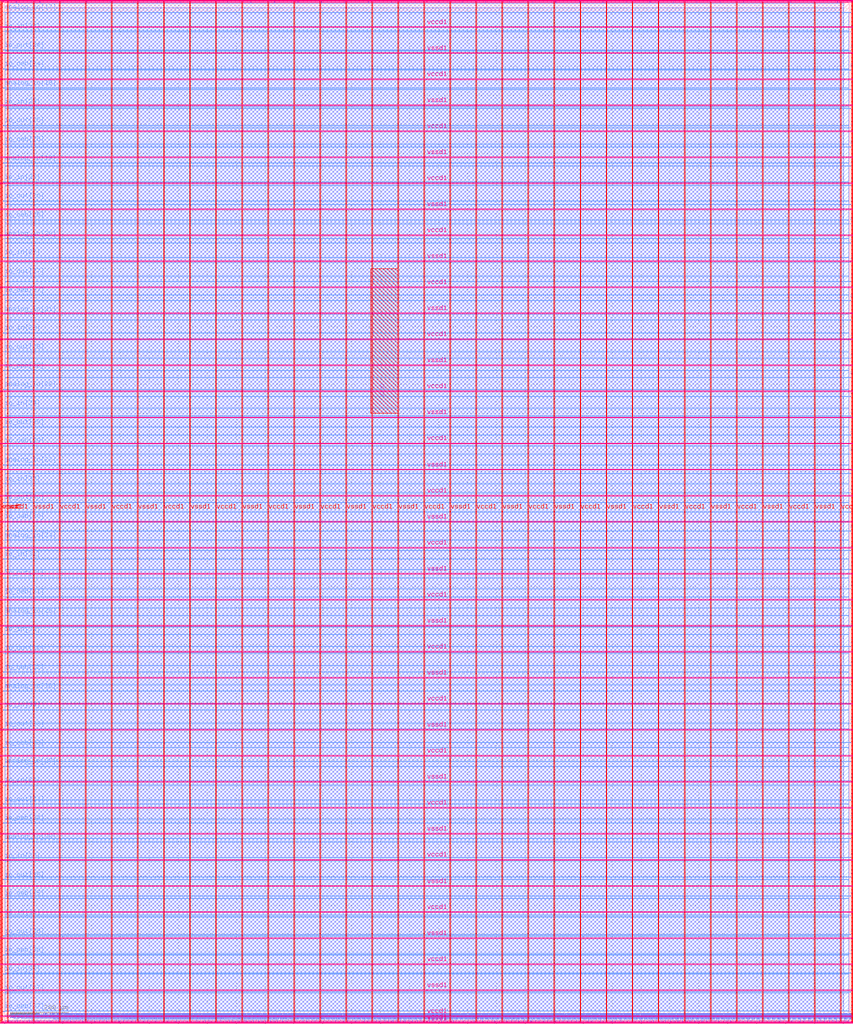
<source format=lef>
VERSION 5.7 ;
  NOWIREEXTENSIONATPIN ON ;
  DIVIDERCHAR "/" ;
  BUSBITCHARS "[]" ;
MACRO user_project_wrapper
  CLASS BLOCK ;
  FOREIGN user_project_wrapper ;
  ORIGIN 0.000 0.000 ;
  SIZE 2920.000 BY 3520.000 ;
  PIN analog_io[0]
    DIRECTION INOUT ;
    USE SIGNAL ;
    PORT
      LAYER met3 ;
        RECT 2917.600 1426.380 2924.800 1427.580 ;
    END
  END analog_io[0]
  PIN analog_io[10]
    DIRECTION INOUT ;
    USE SIGNAL ;
    PORT
      LAYER met2 ;
        RECT 2230.490 3517.600 2231.050 3524.800 ;
    END
  END analog_io[10]
  PIN analog_io[11]
    DIRECTION INOUT ;
    USE SIGNAL ;
    PORT
      LAYER met2 ;
        RECT 1905.730 3517.600 1906.290 3524.800 ;
    END
  END analog_io[11]
  PIN analog_io[12]
    DIRECTION INOUT ;
    USE SIGNAL ;
    PORT
      LAYER met2 ;
        RECT 1581.430 3517.600 1581.990 3524.800 ;
    END
  END analog_io[12]
  PIN analog_io[13]
    DIRECTION INOUT ;
    USE SIGNAL ;
    PORT
      LAYER met2 ;
        RECT 1257.130 3517.600 1257.690 3524.800 ;
    END
  END analog_io[13]
  PIN analog_io[14]
    DIRECTION INOUT ;
    USE SIGNAL ;
    PORT
      LAYER met2 ;
        RECT 932.370 3517.600 932.930 3524.800 ;
    END
  END analog_io[14]
  PIN analog_io[15]
    DIRECTION INOUT ;
    USE SIGNAL ;
    PORT
      LAYER met2 ;
        RECT 608.070 3517.600 608.630 3524.800 ;
    END
  END analog_io[15]
  PIN analog_io[16]
    DIRECTION INOUT ;
    USE SIGNAL ;
    PORT
      LAYER met2 ;
        RECT 283.770 3517.600 284.330 3524.800 ;
    END
  END analog_io[16]
  PIN analog_io[17]
    DIRECTION INOUT ;
    USE SIGNAL ;
    PORT
      LAYER met3 ;
        RECT -4.800 3486.100 2.400 3487.300 ;
    END
  END analog_io[17]
  PIN analog_io[18]
    DIRECTION INOUT ;
    USE SIGNAL ;
    PORT
      LAYER met3 ;
        RECT -4.800 3224.980 2.400 3226.180 ;
    END
  END analog_io[18]
  PIN analog_io[19]
    DIRECTION INOUT ;
    USE SIGNAL ;
    PORT
      LAYER met3 ;
        RECT -4.800 2964.540 2.400 2965.740 ;
    END
  END analog_io[19]
  PIN analog_io[1]
    DIRECTION INOUT ;
    USE SIGNAL ;
    PORT
      LAYER met3 ;
        RECT 2917.600 1692.260 2924.800 1693.460 ;
    END
  END analog_io[1]
  PIN analog_io[20]
    DIRECTION INOUT ;
    USE SIGNAL ;
    PORT
      LAYER met3 ;
        RECT -4.800 2703.420 2.400 2704.620 ;
    END
  END analog_io[20]
  PIN analog_io[21]
    DIRECTION INOUT ;
    USE SIGNAL ;
    PORT
      LAYER met3 ;
        RECT -4.800 2442.980 2.400 2444.180 ;
    END
  END analog_io[21]
  PIN analog_io[22]
    DIRECTION INOUT ;
    USE SIGNAL ;
    PORT
      LAYER met3 ;
        RECT -4.800 2182.540 2.400 2183.740 ;
    END
  END analog_io[22]
  PIN analog_io[23]
    DIRECTION INOUT ;
    USE SIGNAL ;
    PORT
      LAYER met3 ;
        RECT -4.800 1921.420 2.400 1922.620 ;
    END
  END analog_io[23]
  PIN analog_io[24]
    DIRECTION INOUT ;
    USE SIGNAL ;
    PORT
      LAYER met3 ;
        RECT -4.800 1660.980 2.400 1662.180 ;
    END
  END analog_io[24]
  PIN analog_io[25]
    DIRECTION INOUT ;
    USE SIGNAL ;
    PORT
      LAYER met3 ;
        RECT -4.800 1399.860 2.400 1401.060 ;
    END
  END analog_io[25]
  PIN analog_io[26]
    DIRECTION INOUT ;
    USE SIGNAL ;
    PORT
      LAYER met3 ;
        RECT -4.800 1139.420 2.400 1140.620 ;
    END
  END analog_io[26]
  PIN analog_io[27]
    DIRECTION INOUT ;
    USE SIGNAL ;
    PORT
      LAYER met3 ;
        RECT -4.800 878.980 2.400 880.180 ;
    END
  END analog_io[27]
  PIN analog_io[28]
    DIRECTION INOUT ;
    USE SIGNAL ;
    PORT
      LAYER met3 ;
        RECT -4.800 617.860 2.400 619.060 ;
    END
  END analog_io[28]
  PIN analog_io[2]
    DIRECTION INOUT ;
    USE SIGNAL ;
    PORT
      LAYER met3 ;
        RECT 2917.600 1958.140 2924.800 1959.340 ;
    END
  END analog_io[2]
  PIN analog_io[3]
    DIRECTION INOUT ;
    USE SIGNAL ;
    PORT
      LAYER met3 ;
        RECT 2917.600 2223.340 2924.800 2224.540 ;
    END
  END analog_io[3]
  PIN analog_io[4]
    DIRECTION INOUT ;
    USE SIGNAL ;
    PORT
      LAYER met3 ;
        RECT 2917.600 2489.220 2924.800 2490.420 ;
    END
  END analog_io[4]
  PIN analog_io[5]
    DIRECTION INOUT ;
    USE SIGNAL ;
    PORT
      LAYER met3 ;
        RECT 2917.600 2755.100 2924.800 2756.300 ;
    END
  END analog_io[5]
  PIN analog_io[6]
    DIRECTION INOUT ;
    USE SIGNAL ;
    PORT
      LAYER met3 ;
        RECT 2917.600 3020.300 2924.800 3021.500 ;
    END
  END analog_io[6]
  PIN analog_io[7]
    DIRECTION INOUT ;
    USE SIGNAL ;
    PORT
      LAYER met3 ;
        RECT 2917.600 3286.180 2924.800 3287.380 ;
    END
  END analog_io[7]
  PIN analog_io[8]
    DIRECTION INOUT ;
    USE SIGNAL ;
    PORT
      LAYER met2 ;
        RECT 2879.090 3517.600 2879.650 3524.800 ;
    END
  END analog_io[8]
  PIN analog_io[9]
    DIRECTION INOUT ;
    USE SIGNAL ;
    PORT
      LAYER met2 ;
        RECT 2554.790 3517.600 2555.350 3524.800 ;
    END
  END analog_io[9]
  PIN io_in[0]
    DIRECTION INPUT ;
    USE SIGNAL ;
    PORT
      LAYER met3 ;
        RECT 2917.600 32.380 2924.800 33.580 ;
    END
  END io_in[0]
  PIN io_in[10]
    DIRECTION INPUT ;
    USE SIGNAL ;
    PORT
      LAYER met3 ;
        RECT 2917.600 2289.980 2924.800 2291.180 ;
    END
  END io_in[10]
  PIN io_in[11]
    DIRECTION INPUT ;
    USE SIGNAL ;
    PORT
      LAYER met3 ;
        RECT 2917.600 2555.860 2924.800 2557.060 ;
    END
  END io_in[11]
  PIN io_in[12]
    DIRECTION INPUT ;
    USE SIGNAL ;
    PORT
      LAYER met3 ;
        RECT 2917.600 2821.060 2924.800 2822.260 ;
    END
  END io_in[12]
  PIN io_in[13]
    DIRECTION INPUT ;
    USE SIGNAL ;
    PORT
      LAYER met3 ;
        RECT 2917.600 3086.940 2924.800 3088.140 ;
    END
  END io_in[13]
  PIN io_in[14]
    DIRECTION INPUT ;
    USE SIGNAL ;
    PORT
      LAYER met3 ;
        RECT 2917.600 3352.820 2924.800 3354.020 ;
    END
  END io_in[14]
  PIN io_in[15]
    DIRECTION INPUT ;
    USE SIGNAL ;
    PORT
      LAYER met2 ;
        RECT 2798.130 3517.600 2798.690 3524.800 ;
    END
  END io_in[15]
  PIN io_in[16]
    DIRECTION INPUT ;
    USE SIGNAL ;
    PORT
      LAYER met2 ;
        RECT 2473.830 3517.600 2474.390 3524.800 ;
    END
  END io_in[16]
  PIN io_in[17]
    DIRECTION INPUT ;
    USE SIGNAL ;
    PORT
      LAYER met2 ;
        RECT 2149.070 3517.600 2149.630 3524.800 ;
    END
  END io_in[17]
  PIN io_in[18]
    DIRECTION INPUT ;
    USE SIGNAL ;
    PORT
      LAYER met2 ;
        RECT 1824.770 3517.600 1825.330 3524.800 ;
    END
  END io_in[18]
  PIN io_in[19]
    DIRECTION INPUT ;
    USE SIGNAL ;
    PORT
      LAYER met2 ;
        RECT 1500.470 3517.600 1501.030 3524.800 ;
    END
  END io_in[19]
  PIN io_in[1]
    DIRECTION INPUT ;
    USE SIGNAL ;
    PORT
      LAYER met3 ;
        RECT 2917.600 230.940 2924.800 232.140 ;
    END
  END io_in[1]
  PIN io_in[20]
    DIRECTION INPUT ;
    USE SIGNAL ;
    PORT
      LAYER met2 ;
        RECT 1175.710 3517.600 1176.270 3524.800 ;
    END
  END io_in[20]
  PIN io_in[21]
    DIRECTION INPUT ;
    USE SIGNAL ;
    PORT
      LAYER met2 ;
        RECT 851.410 3517.600 851.970 3524.800 ;
    END
  END io_in[21]
  PIN io_in[22]
    DIRECTION INPUT ;
    USE SIGNAL ;
    PORT
      LAYER met2 ;
        RECT 527.110 3517.600 527.670 3524.800 ;
    END
  END io_in[22]
  PIN io_in[23]
    DIRECTION INPUT ;
    USE SIGNAL ;
    PORT
      LAYER met2 ;
        RECT 202.350 3517.600 202.910 3524.800 ;
    END
  END io_in[23]
  PIN io_in[24]
    DIRECTION INPUT ;
    USE SIGNAL ;
    PORT
      LAYER met3 ;
        RECT -4.800 3420.820 2.400 3422.020 ;
    END
  END io_in[24]
  PIN io_in[25]
    DIRECTION INPUT ;
    USE SIGNAL ;
    PORT
      LAYER met3 ;
        RECT -4.800 3159.700 2.400 3160.900 ;
    END
  END io_in[25]
  PIN io_in[26]
    DIRECTION INPUT ;
    USE SIGNAL ;
    PORT
      LAYER met3 ;
        RECT -4.800 2899.260 2.400 2900.460 ;
    END
  END io_in[26]
  PIN io_in[27]
    DIRECTION INPUT ;
    USE SIGNAL ;
    PORT
      LAYER met3 ;
        RECT -4.800 2638.820 2.400 2640.020 ;
    END
  END io_in[27]
  PIN io_in[28]
    DIRECTION INPUT ;
    USE SIGNAL ;
    PORT
      LAYER met3 ;
        RECT -4.800 2377.700 2.400 2378.900 ;
    END
  END io_in[28]
  PIN io_in[29]
    DIRECTION INPUT ;
    USE SIGNAL ;
    PORT
      LAYER met3 ;
        RECT -4.800 2117.260 2.400 2118.460 ;
    END
  END io_in[29]
  PIN io_in[2]
    DIRECTION INPUT ;
    USE SIGNAL ;
    PORT
      LAYER met3 ;
        RECT 2917.600 430.180 2924.800 431.380 ;
    END
  END io_in[2]
  PIN io_in[30]
    DIRECTION INPUT ;
    USE SIGNAL ;
    PORT
      LAYER met3 ;
        RECT -4.800 1856.140 2.400 1857.340 ;
    END
  END io_in[30]
  PIN io_in[31]
    DIRECTION INPUT ;
    USE SIGNAL ;
    PORT
      LAYER met3 ;
        RECT -4.800 1595.700 2.400 1596.900 ;
    END
  END io_in[31]
  PIN io_in[32]
    DIRECTION INPUT ;
    USE SIGNAL ;
    PORT
      LAYER met3 ;
        RECT -4.800 1335.260 2.400 1336.460 ;
    END
  END io_in[32]
  PIN io_in[33]
    DIRECTION INPUT ;
    USE SIGNAL ;
    PORT
      LAYER met3 ;
        RECT -4.800 1074.140 2.400 1075.340 ;
    END
  END io_in[33]
  PIN io_in[34]
    DIRECTION INPUT ;
    USE SIGNAL ;
    PORT
      LAYER met3 ;
        RECT -4.800 813.700 2.400 814.900 ;
    END
  END io_in[34]
  PIN io_in[35]
    DIRECTION INPUT ;
    USE SIGNAL ;
    PORT
      LAYER met3 ;
        RECT -4.800 552.580 2.400 553.780 ;
    END
  END io_in[35]
  PIN io_in[36]
    DIRECTION INPUT ;
    USE SIGNAL ;
    PORT
      LAYER met3 ;
        RECT -4.800 357.420 2.400 358.620 ;
    END
  END io_in[36]
  PIN io_in[37]
    DIRECTION INPUT ;
    USE SIGNAL ;
    PORT
      LAYER met3 ;
        RECT -4.800 161.580 2.400 162.780 ;
    END
  END io_in[37]
  PIN io_in[3]
    DIRECTION INPUT ;
    USE SIGNAL ;
    PORT
      LAYER met3 ;
        RECT 2917.600 629.420 2924.800 630.620 ;
    END
  END io_in[3]
  PIN io_in[4]
    DIRECTION INPUT ;
    USE SIGNAL ;
    PORT
      LAYER met3 ;
        RECT 2917.600 828.660 2924.800 829.860 ;
    END
  END io_in[4]
  PIN io_in[5]
    DIRECTION INPUT ;
    USE SIGNAL ;
    PORT
      LAYER met3 ;
        RECT 2917.600 1027.900 2924.800 1029.100 ;
    END
  END io_in[5]
  PIN io_in[6]
    DIRECTION INPUT ;
    USE SIGNAL ;
    PORT
      LAYER met3 ;
        RECT 2917.600 1227.140 2924.800 1228.340 ;
    END
  END io_in[6]
  PIN io_in[7]
    DIRECTION INPUT ;
    USE SIGNAL ;
    PORT
      LAYER met3 ;
        RECT 2917.600 1493.020 2924.800 1494.220 ;
    END
  END io_in[7]
  PIN io_in[8]
    DIRECTION INPUT ;
    USE SIGNAL ;
    PORT
      LAYER met3 ;
        RECT 2917.600 1758.900 2924.800 1760.100 ;
    END
  END io_in[8]
  PIN io_in[9]
    DIRECTION INPUT ;
    USE SIGNAL ;
    PORT
      LAYER met3 ;
        RECT 2917.600 2024.100 2924.800 2025.300 ;
    END
  END io_in[9]
  PIN io_oeb[0]
    DIRECTION OUTPUT TRISTATE ;
    USE SIGNAL ;
    PORT
      LAYER met3 ;
        RECT 2917.600 164.980 2924.800 166.180 ;
    END
  END io_oeb[0]
  PIN io_oeb[10]
    DIRECTION OUTPUT TRISTATE ;
    USE SIGNAL ;
    PORT
      LAYER met3 ;
        RECT 2917.600 2422.580 2924.800 2423.780 ;
    END
  END io_oeb[10]
  PIN io_oeb[11]
    DIRECTION OUTPUT TRISTATE ;
    USE SIGNAL ;
    PORT
      LAYER met3 ;
        RECT 2917.600 2688.460 2924.800 2689.660 ;
    END
  END io_oeb[11]
  PIN io_oeb[12]
    DIRECTION OUTPUT TRISTATE ;
    USE SIGNAL ;
    PORT
      LAYER met3 ;
        RECT 2917.600 2954.340 2924.800 2955.540 ;
    END
  END io_oeb[12]
  PIN io_oeb[13]
    DIRECTION OUTPUT TRISTATE ;
    USE SIGNAL ;
    PORT
      LAYER met3 ;
        RECT 2917.600 3219.540 2924.800 3220.740 ;
    END
  END io_oeb[13]
  PIN io_oeb[14]
    DIRECTION OUTPUT TRISTATE ;
    USE SIGNAL ;
    PORT
      LAYER met3 ;
        RECT 2917.600 3485.420 2924.800 3486.620 ;
    END
  END io_oeb[14]
  PIN io_oeb[15]
    DIRECTION OUTPUT TRISTATE ;
    USE SIGNAL ;
    PORT
      LAYER met2 ;
        RECT 2635.750 3517.600 2636.310 3524.800 ;
    END
  END io_oeb[15]
  PIN io_oeb[16]
    DIRECTION OUTPUT TRISTATE ;
    USE SIGNAL ;
    PORT
      LAYER met2 ;
        RECT 2311.450 3517.600 2312.010 3524.800 ;
    END
  END io_oeb[16]
  PIN io_oeb[17]
    DIRECTION OUTPUT TRISTATE ;
    USE SIGNAL ;
    PORT
      LAYER met2 ;
        RECT 1987.150 3517.600 1987.710 3524.800 ;
    END
  END io_oeb[17]
  PIN io_oeb[18]
    DIRECTION OUTPUT TRISTATE ;
    USE SIGNAL ;
    PORT
      LAYER met2 ;
        RECT 1662.390 3517.600 1662.950 3524.800 ;
    END
  END io_oeb[18]
  PIN io_oeb[19]
    DIRECTION OUTPUT TRISTATE ;
    USE SIGNAL ;
    PORT
      LAYER met2 ;
        RECT 1338.090 3517.600 1338.650 3524.800 ;
    END
  END io_oeb[19]
  PIN io_oeb[1]
    DIRECTION OUTPUT TRISTATE ;
    USE SIGNAL ;
    PORT
      LAYER met3 ;
        RECT 2917.600 364.220 2924.800 365.420 ;
    END
  END io_oeb[1]
  PIN io_oeb[20]
    DIRECTION OUTPUT TRISTATE ;
    USE SIGNAL ;
    PORT
      LAYER met2 ;
        RECT 1013.790 3517.600 1014.350 3524.800 ;
    END
  END io_oeb[20]
  PIN io_oeb[21]
    DIRECTION OUTPUT TRISTATE ;
    USE SIGNAL ;
    PORT
      LAYER met2 ;
        RECT 689.030 3517.600 689.590 3524.800 ;
    END
  END io_oeb[21]
  PIN io_oeb[22]
    DIRECTION OUTPUT TRISTATE ;
    USE SIGNAL ;
    PORT
      LAYER met2 ;
        RECT 364.730 3517.600 365.290 3524.800 ;
    END
  END io_oeb[22]
  PIN io_oeb[23]
    DIRECTION OUTPUT TRISTATE ;
    USE SIGNAL ;
    PORT
      LAYER met2 ;
        RECT 40.430 3517.600 40.990 3524.800 ;
    END
  END io_oeb[23]
  PIN io_oeb[24]
    DIRECTION OUTPUT TRISTATE ;
    USE SIGNAL ;
    PORT
      LAYER met3 ;
        RECT -4.800 3290.260 2.400 3291.460 ;
    END
  END io_oeb[24]
  PIN io_oeb[25]
    DIRECTION OUTPUT TRISTATE ;
    USE SIGNAL ;
    PORT
      LAYER met3 ;
        RECT -4.800 3029.820 2.400 3031.020 ;
    END
  END io_oeb[25]
  PIN io_oeb[26]
    DIRECTION OUTPUT TRISTATE ;
    USE SIGNAL ;
    PORT
      LAYER met3 ;
        RECT -4.800 2768.700 2.400 2769.900 ;
    END
  END io_oeb[26]
  PIN io_oeb[27]
    DIRECTION OUTPUT TRISTATE ;
    USE SIGNAL ;
    PORT
      LAYER met3 ;
        RECT -4.800 2508.260 2.400 2509.460 ;
    END
  END io_oeb[27]
  PIN io_oeb[28]
    DIRECTION OUTPUT TRISTATE ;
    USE SIGNAL ;
    PORT
      LAYER met3 ;
        RECT -4.800 2247.140 2.400 2248.340 ;
    END
  END io_oeb[28]
  PIN io_oeb[29]
    DIRECTION OUTPUT TRISTATE ;
    USE SIGNAL ;
    PORT
      LAYER met3 ;
        RECT -4.800 1986.700 2.400 1987.900 ;
    END
  END io_oeb[29]
  PIN io_oeb[2]
    DIRECTION OUTPUT TRISTATE ;
    USE SIGNAL ;
    PORT
      LAYER met3 ;
        RECT 2917.600 563.460 2924.800 564.660 ;
    END
  END io_oeb[2]
  PIN io_oeb[30]
    DIRECTION OUTPUT TRISTATE ;
    USE SIGNAL ;
    PORT
      LAYER met3 ;
        RECT -4.800 1726.260 2.400 1727.460 ;
    END
  END io_oeb[30]
  PIN io_oeb[31]
    DIRECTION OUTPUT TRISTATE ;
    USE SIGNAL ;
    PORT
      LAYER met3 ;
        RECT -4.800 1465.140 2.400 1466.340 ;
    END
  END io_oeb[31]
  PIN io_oeb[32]
    DIRECTION OUTPUT TRISTATE ;
    USE SIGNAL ;
    PORT
      LAYER met3 ;
        RECT -4.800 1204.700 2.400 1205.900 ;
    END
  END io_oeb[32]
  PIN io_oeb[33]
    DIRECTION OUTPUT TRISTATE ;
    USE SIGNAL ;
    PORT
      LAYER met3 ;
        RECT -4.800 943.580 2.400 944.780 ;
    END
  END io_oeb[33]
  PIN io_oeb[34]
    DIRECTION OUTPUT TRISTATE ;
    USE SIGNAL ;
    PORT
      LAYER met3 ;
        RECT -4.800 683.140 2.400 684.340 ;
    END
  END io_oeb[34]
  PIN io_oeb[35]
    DIRECTION OUTPUT TRISTATE ;
    USE SIGNAL ;
    PORT
      LAYER met3 ;
        RECT -4.800 422.700 2.400 423.900 ;
    END
  END io_oeb[35]
  PIN io_oeb[36]
    DIRECTION OUTPUT TRISTATE ;
    USE SIGNAL ;
    PORT
      LAYER met3 ;
        RECT -4.800 226.860 2.400 228.060 ;
    END
  END io_oeb[36]
  PIN io_oeb[37]
    DIRECTION OUTPUT TRISTATE ;
    USE SIGNAL ;
    PORT
      LAYER met3 ;
        RECT -4.800 31.700 2.400 32.900 ;
    END
  END io_oeb[37]
  PIN io_oeb[3]
    DIRECTION OUTPUT TRISTATE ;
    USE SIGNAL ;
    PORT
      LAYER met3 ;
        RECT 2917.600 762.700 2924.800 763.900 ;
    END
  END io_oeb[3]
  PIN io_oeb[4]
    DIRECTION OUTPUT TRISTATE ;
    USE SIGNAL ;
    PORT
      LAYER met3 ;
        RECT 2917.600 961.940 2924.800 963.140 ;
    END
  END io_oeb[4]
  PIN io_oeb[5]
    DIRECTION OUTPUT TRISTATE ;
    USE SIGNAL ;
    PORT
      LAYER met3 ;
        RECT 2917.600 1161.180 2924.800 1162.380 ;
    END
  END io_oeb[5]
  PIN io_oeb[6]
    DIRECTION OUTPUT TRISTATE ;
    USE SIGNAL ;
    PORT
      LAYER met3 ;
        RECT 2917.600 1360.420 2924.800 1361.620 ;
    END
  END io_oeb[6]
  PIN io_oeb[7]
    DIRECTION OUTPUT TRISTATE ;
    USE SIGNAL ;
    PORT
      LAYER met3 ;
        RECT 2917.600 1625.620 2924.800 1626.820 ;
    END
  END io_oeb[7]
  PIN io_oeb[8]
    DIRECTION OUTPUT TRISTATE ;
    USE SIGNAL ;
    PORT
      LAYER met3 ;
        RECT 2917.600 1891.500 2924.800 1892.700 ;
    END
  END io_oeb[8]
  PIN io_oeb[9]
    DIRECTION OUTPUT TRISTATE ;
    USE SIGNAL ;
    PORT
      LAYER met3 ;
        RECT 2917.600 2157.380 2924.800 2158.580 ;
    END
  END io_oeb[9]
  PIN io_out[0]
    DIRECTION OUTPUT TRISTATE ;
    USE SIGNAL ;
    PORT
      LAYER met3 ;
        RECT 2917.600 98.340 2924.800 99.540 ;
    END
  END io_out[0]
  PIN io_out[10]
    DIRECTION OUTPUT TRISTATE ;
    USE SIGNAL ;
    PORT
      LAYER met3 ;
        RECT 2917.600 2356.620 2924.800 2357.820 ;
    END
  END io_out[10]
  PIN io_out[11]
    DIRECTION OUTPUT TRISTATE ;
    USE SIGNAL ;
    PORT
      LAYER met3 ;
        RECT 2917.600 2621.820 2924.800 2623.020 ;
    END
  END io_out[11]
  PIN io_out[12]
    DIRECTION OUTPUT TRISTATE ;
    USE SIGNAL ;
    PORT
      LAYER met3 ;
        RECT 2917.600 2887.700 2924.800 2888.900 ;
    END
  END io_out[12]
  PIN io_out[13]
    DIRECTION OUTPUT TRISTATE ;
    USE SIGNAL ;
    PORT
      LAYER met3 ;
        RECT 2917.600 3153.580 2924.800 3154.780 ;
    END
  END io_out[13]
  PIN io_out[14]
    DIRECTION OUTPUT TRISTATE ;
    USE SIGNAL ;
    PORT
      LAYER met3 ;
        RECT 2917.600 3418.780 2924.800 3419.980 ;
    END
  END io_out[14]
  PIN io_out[15]
    DIRECTION OUTPUT TRISTATE ;
    USE SIGNAL ;
    PORT
      LAYER met2 ;
        RECT 2717.170 3517.600 2717.730 3524.800 ;
    END
  END io_out[15]
  PIN io_out[16]
    DIRECTION OUTPUT TRISTATE ;
    USE SIGNAL ;
    PORT
      LAYER met2 ;
        RECT 2392.410 3517.600 2392.970 3524.800 ;
    END
  END io_out[16]
  PIN io_out[17]
    DIRECTION OUTPUT TRISTATE ;
    USE SIGNAL ;
    PORT
      LAYER met2 ;
        RECT 2068.110 3517.600 2068.670 3524.800 ;
    END
  END io_out[17]
  PIN io_out[18]
    DIRECTION OUTPUT TRISTATE ;
    USE SIGNAL ;
    PORT
      LAYER met2 ;
        RECT 1743.810 3517.600 1744.370 3524.800 ;
    END
  END io_out[18]
  PIN io_out[19]
    DIRECTION OUTPUT TRISTATE ;
    USE SIGNAL ;
    PORT
      LAYER met2 ;
        RECT 1419.050 3517.600 1419.610 3524.800 ;
    END
  END io_out[19]
  PIN io_out[1]
    DIRECTION OUTPUT TRISTATE ;
    USE SIGNAL ;
    PORT
      LAYER met3 ;
        RECT 2917.600 297.580 2924.800 298.780 ;
    END
  END io_out[1]
  PIN io_out[20]
    DIRECTION OUTPUT TRISTATE ;
    USE SIGNAL ;
    PORT
      LAYER met2 ;
        RECT 1094.750 3517.600 1095.310 3524.800 ;
    END
  END io_out[20]
  PIN io_out[21]
    DIRECTION OUTPUT TRISTATE ;
    USE SIGNAL ;
    PORT
      LAYER met2 ;
        RECT 770.450 3517.600 771.010 3524.800 ;
    END
  END io_out[21]
  PIN io_out[22]
    DIRECTION OUTPUT TRISTATE ;
    USE SIGNAL ;
    PORT
      LAYER met2 ;
        RECT 445.690 3517.600 446.250 3524.800 ;
    END
  END io_out[22]
  PIN io_out[23]
    DIRECTION OUTPUT TRISTATE ;
    USE SIGNAL ;
    PORT
      LAYER met2 ;
        RECT 121.390 3517.600 121.950 3524.800 ;
    END
  END io_out[23]
  PIN io_out[24]
    DIRECTION OUTPUT TRISTATE ;
    USE SIGNAL ;
    PORT
      LAYER met3 ;
        RECT -4.800 3355.540 2.400 3356.740 ;
    END
  END io_out[24]
  PIN io_out[25]
    DIRECTION OUTPUT TRISTATE ;
    USE SIGNAL ;
    PORT
      LAYER met3 ;
        RECT -4.800 3095.100 2.400 3096.300 ;
    END
  END io_out[25]
  PIN io_out[26]
    DIRECTION OUTPUT TRISTATE ;
    USE SIGNAL ;
    PORT
      LAYER met3 ;
        RECT -4.800 2833.980 2.400 2835.180 ;
    END
  END io_out[26]
  PIN io_out[27]
    DIRECTION OUTPUT TRISTATE ;
    USE SIGNAL ;
    PORT
      LAYER met3 ;
        RECT -4.800 2573.540 2.400 2574.740 ;
    END
  END io_out[27]
  PIN io_out[28]
    DIRECTION OUTPUT TRISTATE ;
    USE SIGNAL ;
    PORT
      LAYER met3 ;
        RECT -4.800 2312.420 2.400 2313.620 ;
    END
  END io_out[28]
  PIN io_out[29]
    DIRECTION OUTPUT TRISTATE ;
    USE SIGNAL ;
    PORT
      LAYER met3 ;
        RECT -4.800 2051.980 2.400 2053.180 ;
    END
  END io_out[29]
  PIN io_out[2]
    DIRECTION OUTPUT TRISTATE ;
    USE SIGNAL ;
    PORT
      LAYER met3 ;
        RECT 2917.600 496.820 2924.800 498.020 ;
    END
  END io_out[2]
  PIN io_out[30]
    DIRECTION OUTPUT TRISTATE ;
    USE SIGNAL ;
    PORT
      LAYER met3 ;
        RECT -4.800 1791.540 2.400 1792.740 ;
    END
  END io_out[30]
  PIN io_out[31]
    DIRECTION OUTPUT TRISTATE ;
    USE SIGNAL ;
    PORT
      LAYER met3 ;
        RECT -4.800 1530.420 2.400 1531.620 ;
    END
  END io_out[31]
  PIN io_out[32]
    DIRECTION OUTPUT TRISTATE ;
    USE SIGNAL ;
    PORT
      LAYER met3 ;
        RECT -4.800 1269.980 2.400 1271.180 ;
    END
  END io_out[32]
  PIN io_out[33]
    DIRECTION OUTPUT TRISTATE ;
    USE SIGNAL ;
    PORT
      LAYER met3 ;
        RECT -4.800 1008.860 2.400 1010.060 ;
    END
  END io_out[33]
  PIN io_out[34]
    DIRECTION OUTPUT TRISTATE ;
    USE SIGNAL ;
    PORT
      LAYER met3 ;
        RECT -4.800 748.420 2.400 749.620 ;
    END
  END io_out[34]
  PIN io_out[35]
    DIRECTION OUTPUT TRISTATE ;
    USE SIGNAL ;
    PORT
      LAYER met3 ;
        RECT -4.800 487.300 2.400 488.500 ;
    END
  END io_out[35]
  PIN io_out[36]
    DIRECTION OUTPUT TRISTATE ;
    USE SIGNAL ;
    PORT
      LAYER met3 ;
        RECT -4.800 292.140 2.400 293.340 ;
    END
  END io_out[36]
  PIN io_out[37]
    DIRECTION OUTPUT TRISTATE ;
    USE SIGNAL ;
    PORT
      LAYER met3 ;
        RECT -4.800 96.300 2.400 97.500 ;
    END
  END io_out[37]
  PIN io_out[3]
    DIRECTION OUTPUT TRISTATE ;
    USE SIGNAL ;
    PORT
      LAYER met3 ;
        RECT 2917.600 696.060 2924.800 697.260 ;
    END
  END io_out[3]
  PIN io_out[4]
    DIRECTION OUTPUT TRISTATE ;
    USE SIGNAL ;
    PORT
      LAYER met3 ;
        RECT 2917.600 895.300 2924.800 896.500 ;
    END
  END io_out[4]
  PIN io_out[5]
    DIRECTION OUTPUT TRISTATE ;
    USE SIGNAL ;
    PORT
      LAYER met3 ;
        RECT 2917.600 1094.540 2924.800 1095.740 ;
    END
  END io_out[5]
  PIN io_out[6]
    DIRECTION OUTPUT TRISTATE ;
    USE SIGNAL ;
    PORT
      LAYER met3 ;
        RECT 2917.600 1293.780 2924.800 1294.980 ;
    END
  END io_out[6]
  PIN io_out[7]
    DIRECTION OUTPUT TRISTATE ;
    USE SIGNAL ;
    PORT
      LAYER met3 ;
        RECT 2917.600 1559.660 2924.800 1560.860 ;
    END
  END io_out[7]
  PIN io_out[8]
    DIRECTION OUTPUT TRISTATE ;
    USE SIGNAL ;
    PORT
      LAYER met3 ;
        RECT 2917.600 1824.860 2924.800 1826.060 ;
    END
  END io_out[8]
  PIN io_out[9]
    DIRECTION OUTPUT TRISTATE ;
    USE SIGNAL ;
    PORT
      LAYER met3 ;
        RECT 2917.600 2090.740 2924.800 2091.940 ;
    END
  END io_out[9]
  PIN la_data_in[0]
    DIRECTION INPUT ;
    USE SIGNAL ;
    PORT
      LAYER met2 ;
        RECT 629.230 -4.800 629.790 2.400 ;
    END
  END la_data_in[0]
  PIN la_data_in[100]
    DIRECTION INPUT ;
    USE SIGNAL ;
    PORT
      LAYER met2 ;
        RECT 2402.530 -4.800 2403.090 2.400 ;
    END
  END la_data_in[100]
  PIN la_data_in[101]
    DIRECTION INPUT ;
    USE SIGNAL ;
    PORT
      LAYER met2 ;
        RECT 2420.010 -4.800 2420.570 2.400 ;
    END
  END la_data_in[101]
  PIN la_data_in[102]
    DIRECTION INPUT ;
    USE SIGNAL ;
    PORT
      LAYER met2 ;
        RECT 2437.950 -4.800 2438.510 2.400 ;
    END
  END la_data_in[102]
  PIN la_data_in[103]
    DIRECTION INPUT ;
    USE SIGNAL ;
    PORT
      LAYER met2 ;
        RECT 2455.430 -4.800 2455.990 2.400 ;
    END
  END la_data_in[103]
  PIN la_data_in[104]
    DIRECTION INPUT ;
    USE SIGNAL ;
    PORT
      LAYER met2 ;
        RECT 2473.370 -4.800 2473.930 2.400 ;
    END
  END la_data_in[104]
  PIN la_data_in[105]
    DIRECTION INPUT ;
    USE SIGNAL ;
    PORT
      LAYER met2 ;
        RECT 2490.850 -4.800 2491.410 2.400 ;
    END
  END la_data_in[105]
  PIN la_data_in[106]
    DIRECTION INPUT ;
    USE SIGNAL ;
    PORT
      LAYER met2 ;
        RECT 2508.790 -4.800 2509.350 2.400 ;
    END
  END la_data_in[106]
  PIN la_data_in[107]
    DIRECTION INPUT ;
    USE SIGNAL ;
    PORT
      LAYER met2 ;
        RECT 2526.730 -4.800 2527.290 2.400 ;
    END
  END la_data_in[107]
  PIN la_data_in[108]
    DIRECTION INPUT ;
    USE SIGNAL ;
    PORT
      LAYER met2 ;
        RECT 2544.210 -4.800 2544.770 2.400 ;
    END
  END la_data_in[108]
  PIN la_data_in[109]
    DIRECTION INPUT ;
    USE SIGNAL ;
    PORT
      LAYER met2 ;
        RECT 2562.150 -4.800 2562.710 2.400 ;
    END
  END la_data_in[109]
  PIN la_data_in[10]
    DIRECTION INPUT ;
    USE SIGNAL ;
    PORT
      LAYER met2 ;
        RECT 806.330 -4.800 806.890 2.400 ;
    END
  END la_data_in[10]
  PIN la_data_in[110]
    DIRECTION INPUT ;
    USE SIGNAL ;
    PORT
      LAYER met2 ;
        RECT 2579.630 -4.800 2580.190 2.400 ;
    END
  END la_data_in[110]
  PIN la_data_in[111]
    DIRECTION INPUT ;
    USE SIGNAL ;
    PORT
      LAYER met2 ;
        RECT 2597.570 -4.800 2598.130 2.400 ;
    END
  END la_data_in[111]
  PIN la_data_in[112]
    DIRECTION INPUT ;
    USE SIGNAL ;
    PORT
      LAYER met2 ;
        RECT 2615.050 -4.800 2615.610 2.400 ;
    END
  END la_data_in[112]
  PIN la_data_in[113]
    DIRECTION INPUT ;
    USE SIGNAL ;
    PORT
      LAYER met2 ;
        RECT 2632.990 -4.800 2633.550 2.400 ;
    END
  END la_data_in[113]
  PIN la_data_in[114]
    DIRECTION INPUT ;
    USE SIGNAL ;
    PORT
      LAYER met2 ;
        RECT 2650.470 -4.800 2651.030 2.400 ;
    END
  END la_data_in[114]
  PIN la_data_in[115]
    DIRECTION INPUT ;
    USE SIGNAL ;
    PORT
      LAYER met2 ;
        RECT 2668.410 -4.800 2668.970 2.400 ;
    END
  END la_data_in[115]
  PIN la_data_in[116]
    DIRECTION INPUT ;
    USE SIGNAL ;
    PORT
      LAYER met2 ;
        RECT 2685.890 -4.800 2686.450 2.400 ;
    END
  END la_data_in[116]
  PIN la_data_in[117]
    DIRECTION INPUT ;
    USE SIGNAL ;
    PORT
      LAYER met2 ;
        RECT 2703.830 -4.800 2704.390 2.400 ;
    END
  END la_data_in[117]
  PIN la_data_in[118]
    DIRECTION INPUT ;
    USE SIGNAL ;
    PORT
      LAYER met2 ;
        RECT 2721.770 -4.800 2722.330 2.400 ;
    END
  END la_data_in[118]
  PIN la_data_in[119]
    DIRECTION INPUT ;
    USE SIGNAL ;
    PORT
      LAYER met2 ;
        RECT 2739.250 -4.800 2739.810 2.400 ;
    END
  END la_data_in[119]
  PIN la_data_in[11]
    DIRECTION INPUT ;
    USE SIGNAL ;
    PORT
      LAYER met2 ;
        RECT 824.270 -4.800 824.830 2.400 ;
    END
  END la_data_in[11]
  PIN la_data_in[120]
    DIRECTION INPUT ;
    USE SIGNAL ;
    PORT
      LAYER met2 ;
        RECT 2757.190 -4.800 2757.750 2.400 ;
    END
  END la_data_in[120]
  PIN la_data_in[121]
    DIRECTION INPUT ;
    USE SIGNAL ;
    PORT
      LAYER met2 ;
        RECT 2774.670 -4.800 2775.230 2.400 ;
    END
  END la_data_in[121]
  PIN la_data_in[122]
    DIRECTION INPUT ;
    USE SIGNAL ;
    PORT
      LAYER met2 ;
        RECT 2792.610 -4.800 2793.170 2.400 ;
    END
  END la_data_in[122]
  PIN la_data_in[123]
    DIRECTION INPUT ;
    USE SIGNAL ;
    PORT
      LAYER met2 ;
        RECT 2810.090 -4.800 2810.650 2.400 ;
    END
  END la_data_in[123]
  PIN la_data_in[124]
    DIRECTION INPUT ;
    USE SIGNAL ;
    PORT
      LAYER met2 ;
        RECT 2828.030 -4.800 2828.590 2.400 ;
    END
  END la_data_in[124]
  PIN la_data_in[125]
    DIRECTION INPUT ;
    USE SIGNAL ;
    PORT
      LAYER met2 ;
        RECT 2845.510 -4.800 2846.070 2.400 ;
    END
  END la_data_in[125]
  PIN la_data_in[126]
    DIRECTION INPUT ;
    USE SIGNAL ;
    PORT
      LAYER met2 ;
        RECT 2863.450 -4.800 2864.010 2.400 ;
    END
  END la_data_in[126]
  PIN la_data_in[127]
    DIRECTION INPUT ;
    USE SIGNAL ;
    PORT
      LAYER met2 ;
        RECT 2881.390 -4.800 2881.950 2.400 ;
    END
  END la_data_in[127]
  PIN la_data_in[12]
    DIRECTION INPUT ;
    USE SIGNAL ;
    PORT
      LAYER met2 ;
        RECT 841.750 -4.800 842.310 2.400 ;
    END
  END la_data_in[12]
  PIN la_data_in[13]
    DIRECTION INPUT ;
    USE SIGNAL ;
    PORT
      LAYER met2 ;
        RECT 859.690 -4.800 860.250 2.400 ;
    END
  END la_data_in[13]
  PIN la_data_in[14]
    DIRECTION INPUT ;
    USE SIGNAL ;
    PORT
      LAYER met2 ;
        RECT 877.170 -4.800 877.730 2.400 ;
    END
  END la_data_in[14]
  PIN la_data_in[15]
    DIRECTION INPUT ;
    USE SIGNAL ;
    PORT
      LAYER met2 ;
        RECT 895.110 -4.800 895.670 2.400 ;
    END
  END la_data_in[15]
  PIN la_data_in[16]
    DIRECTION INPUT ;
    USE SIGNAL ;
    PORT
      LAYER met2 ;
        RECT 912.590 -4.800 913.150 2.400 ;
    END
  END la_data_in[16]
  PIN la_data_in[17]
    DIRECTION INPUT ;
    USE SIGNAL ;
    PORT
      LAYER met2 ;
        RECT 930.530 -4.800 931.090 2.400 ;
    END
  END la_data_in[17]
  PIN la_data_in[18]
    DIRECTION INPUT ;
    USE SIGNAL ;
    PORT
      LAYER met2 ;
        RECT 948.470 -4.800 949.030 2.400 ;
    END
  END la_data_in[18]
  PIN la_data_in[19]
    DIRECTION INPUT ;
    USE SIGNAL ;
    PORT
      LAYER met2 ;
        RECT 965.950 -4.800 966.510 2.400 ;
    END
  END la_data_in[19]
  PIN la_data_in[1]
    DIRECTION INPUT ;
    USE SIGNAL ;
    PORT
      LAYER met2 ;
        RECT 646.710 -4.800 647.270 2.400 ;
    END
  END la_data_in[1]
  PIN la_data_in[20]
    DIRECTION INPUT ;
    USE SIGNAL ;
    PORT
      LAYER met2 ;
        RECT 983.890 -4.800 984.450 2.400 ;
    END
  END la_data_in[20]
  PIN la_data_in[21]
    DIRECTION INPUT ;
    USE SIGNAL ;
    PORT
      LAYER met2 ;
        RECT 1001.370 -4.800 1001.930 2.400 ;
    END
  END la_data_in[21]
  PIN la_data_in[22]
    DIRECTION INPUT ;
    USE SIGNAL ;
    PORT
      LAYER met2 ;
        RECT 1019.310 -4.800 1019.870 2.400 ;
    END
  END la_data_in[22]
  PIN la_data_in[23]
    DIRECTION INPUT ;
    USE SIGNAL ;
    PORT
      LAYER met2 ;
        RECT 1036.790 -4.800 1037.350 2.400 ;
    END
  END la_data_in[23]
  PIN la_data_in[24]
    DIRECTION INPUT ;
    USE SIGNAL ;
    PORT
      LAYER met2 ;
        RECT 1054.730 -4.800 1055.290 2.400 ;
    END
  END la_data_in[24]
  PIN la_data_in[25]
    DIRECTION INPUT ;
    USE SIGNAL ;
    PORT
      LAYER met2 ;
        RECT 1072.210 -4.800 1072.770 2.400 ;
    END
  END la_data_in[25]
  PIN la_data_in[26]
    DIRECTION INPUT ;
    USE SIGNAL ;
    PORT
      LAYER met2 ;
        RECT 1090.150 -4.800 1090.710 2.400 ;
    END
  END la_data_in[26]
  PIN la_data_in[27]
    DIRECTION INPUT ;
    USE SIGNAL ;
    PORT
      LAYER met2 ;
        RECT 1107.630 -4.800 1108.190 2.400 ;
    END
  END la_data_in[27]
  PIN la_data_in[28]
    DIRECTION INPUT ;
    USE SIGNAL ;
    PORT
      LAYER met2 ;
        RECT 1125.570 -4.800 1126.130 2.400 ;
    END
  END la_data_in[28]
  PIN la_data_in[29]
    DIRECTION INPUT ;
    USE SIGNAL ;
    PORT
      LAYER met2 ;
        RECT 1143.510 -4.800 1144.070 2.400 ;
    END
  END la_data_in[29]
  PIN la_data_in[2]
    DIRECTION INPUT ;
    USE SIGNAL ;
    PORT
      LAYER met2 ;
        RECT 664.650 -4.800 665.210 2.400 ;
    END
  END la_data_in[2]
  PIN la_data_in[30]
    DIRECTION INPUT ;
    USE SIGNAL ;
    PORT
      LAYER met2 ;
        RECT 1160.990 -4.800 1161.550 2.400 ;
    END
  END la_data_in[30]
  PIN la_data_in[31]
    DIRECTION INPUT ;
    USE SIGNAL ;
    PORT
      LAYER met2 ;
        RECT 1178.930 -4.800 1179.490 2.400 ;
    END
  END la_data_in[31]
  PIN la_data_in[32]
    DIRECTION INPUT ;
    USE SIGNAL ;
    PORT
      LAYER met2 ;
        RECT 1196.410 -4.800 1196.970 2.400 ;
    END
  END la_data_in[32]
  PIN la_data_in[33]
    DIRECTION INPUT ;
    USE SIGNAL ;
    PORT
      LAYER met2 ;
        RECT 1214.350 -4.800 1214.910 2.400 ;
    END
  END la_data_in[33]
  PIN la_data_in[34]
    DIRECTION INPUT ;
    USE SIGNAL ;
    PORT
      LAYER met2 ;
        RECT 1231.830 -4.800 1232.390 2.400 ;
    END
  END la_data_in[34]
  PIN la_data_in[35]
    DIRECTION INPUT ;
    USE SIGNAL ;
    PORT
      LAYER met2 ;
        RECT 1249.770 -4.800 1250.330 2.400 ;
    END
  END la_data_in[35]
  PIN la_data_in[36]
    DIRECTION INPUT ;
    USE SIGNAL ;
    PORT
      LAYER met2 ;
        RECT 1267.250 -4.800 1267.810 2.400 ;
    END
  END la_data_in[36]
  PIN la_data_in[37]
    DIRECTION INPUT ;
    USE SIGNAL ;
    PORT
      LAYER met2 ;
        RECT 1285.190 -4.800 1285.750 2.400 ;
    END
  END la_data_in[37]
  PIN la_data_in[38]
    DIRECTION INPUT ;
    USE SIGNAL ;
    PORT
      LAYER met2 ;
        RECT 1303.130 -4.800 1303.690 2.400 ;
    END
  END la_data_in[38]
  PIN la_data_in[39]
    DIRECTION INPUT ;
    USE SIGNAL ;
    PORT
      LAYER met2 ;
        RECT 1320.610 -4.800 1321.170 2.400 ;
    END
  END la_data_in[39]
  PIN la_data_in[3]
    DIRECTION INPUT ;
    USE SIGNAL ;
    PORT
      LAYER met2 ;
        RECT 682.130 -4.800 682.690 2.400 ;
    END
  END la_data_in[3]
  PIN la_data_in[40]
    DIRECTION INPUT ;
    USE SIGNAL ;
    PORT
      LAYER met2 ;
        RECT 1338.550 -4.800 1339.110 2.400 ;
    END
  END la_data_in[40]
  PIN la_data_in[41]
    DIRECTION INPUT ;
    USE SIGNAL ;
    PORT
      LAYER met2 ;
        RECT 1356.030 -4.800 1356.590 2.400 ;
    END
  END la_data_in[41]
  PIN la_data_in[42]
    DIRECTION INPUT ;
    USE SIGNAL ;
    PORT
      LAYER met2 ;
        RECT 1373.970 -4.800 1374.530 2.400 ;
    END
  END la_data_in[42]
  PIN la_data_in[43]
    DIRECTION INPUT ;
    USE SIGNAL ;
    PORT
      LAYER met2 ;
        RECT 1391.450 -4.800 1392.010 2.400 ;
    END
  END la_data_in[43]
  PIN la_data_in[44]
    DIRECTION INPUT ;
    USE SIGNAL ;
    PORT
      LAYER met2 ;
        RECT 1409.390 -4.800 1409.950 2.400 ;
    END
  END la_data_in[44]
  PIN la_data_in[45]
    DIRECTION INPUT ;
    USE SIGNAL ;
    PORT
      LAYER met2 ;
        RECT 1426.870 -4.800 1427.430 2.400 ;
    END
  END la_data_in[45]
  PIN la_data_in[46]
    DIRECTION INPUT ;
    USE SIGNAL ;
    PORT
      LAYER met2 ;
        RECT 1444.810 -4.800 1445.370 2.400 ;
    END
  END la_data_in[46]
  PIN la_data_in[47]
    DIRECTION INPUT ;
    USE SIGNAL ;
    PORT
      LAYER met2 ;
        RECT 1462.750 -4.800 1463.310 2.400 ;
    END
  END la_data_in[47]
  PIN la_data_in[48]
    DIRECTION INPUT ;
    USE SIGNAL ;
    PORT
      LAYER met2 ;
        RECT 1480.230 -4.800 1480.790 2.400 ;
    END
  END la_data_in[48]
  PIN la_data_in[49]
    DIRECTION INPUT ;
    USE SIGNAL ;
    PORT
      LAYER met2 ;
        RECT 1498.170 -4.800 1498.730 2.400 ;
    END
  END la_data_in[49]
  PIN la_data_in[4]
    DIRECTION INPUT ;
    USE SIGNAL ;
    PORT
      LAYER met2 ;
        RECT 700.070 -4.800 700.630 2.400 ;
    END
  END la_data_in[4]
  PIN la_data_in[50]
    DIRECTION INPUT ;
    USE SIGNAL ;
    PORT
      LAYER met2 ;
        RECT 1515.650 -4.800 1516.210 2.400 ;
    END
  END la_data_in[50]
  PIN la_data_in[51]
    DIRECTION INPUT ;
    USE SIGNAL ;
    PORT
      LAYER met2 ;
        RECT 1533.590 -4.800 1534.150 2.400 ;
    END
  END la_data_in[51]
  PIN la_data_in[52]
    DIRECTION INPUT ;
    USE SIGNAL ;
    PORT
      LAYER met2 ;
        RECT 1551.070 -4.800 1551.630 2.400 ;
    END
  END la_data_in[52]
  PIN la_data_in[53]
    DIRECTION INPUT ;
    USE SIGNAL ;
    PORT
      LAYER met2 ;
        RECT 1569.010 -4.800 1569.570 2.400 ;
    END
  END la_data_in[53]
  PIN la_data_in[54]
    DIRECTION INPUT ;
    USE SIGNAL ;
    PORT
      LAYER met2 ;
        RECT 1586.490 -4.800 1587.050 2.400 ;
    END
  END la_data_in[54]
  PIN la_data_in[55]
    DIRECTION INPUT ;
    USE SIGNAL ;
    PORT
      LAYER met2 ;
        RECT 1604.430 -4.800 1604.990 2.400 ;
    END
  END la_data_in[55]
  PIN la_data_in[56]
    DIRECTION INPUT ;
    USE SIGNAL ;
    PORT
      LAYER met2 ;
        RECT 1621.910 -4.800 1622.470 2.400 ;
    END
  END la_data_in[56]
  PIN la_data_in[57]
    DIRECTION INPUT ;
    USE SIGNAL ;
    PORT
      LAYER met2 ;
        RECT 1639.850 -4.800 1640.410 2.400 ;
    END
  END la_data_in[57]
  PIN la_data_in[58]
    DIRECTION INPUT ;
    USE SIGNAL ;
    PORT
      LAYER met2 ;
        RECT 1657.790 -4.800 1658.350 2.400 ;
    END
  END la_data_in[58]
  PIN la_data_in[59]
    DIRECTION INPUT ;
    USE SIGNAL ;
    PORT
      LAYER met2 ;
        RECT 1675.270 -4.800 1675.830 2.400 ;
    END
  END la_data_in[59]
  PIN la_data_in[5]
    DIRECTION INPUT ;
    USE SIGNAL ;
    PORT
      LAYER met2 ;
        RECT 717.550 -4.800 718.110 2.400 ;
    END
  END la_data_in[5]
  PIN la_data_in[60]
    DIRECTION INPUT ;
    USE SIGNAL ;
    PORT
      LAYER met2 ;
        RECT 1693.210 -4.800 1693.770 2.400 ;
    END
  END la_data_in[60]
  PIN la_data_in[61]
    DIRECTION INPUT ;
    USE SIGNAL ;
    PORT
      LAYER met2 ;
        RECT 1710.690 -4.800 1711.250 2.400 ;
    END
  END la_data_in[61]
  PIN la_data_in[62]
    DIRECTION INPUT ;
    USE SIGNAL ;
    PORT
      LAYER met2 ;
        RECT 1728.630 -4.800 1729.190 2.400 ;
    END
  END la_data_in[62]
  PIN la_data_in[63]
    DIRECTION INPUT ;
    USE SIGNAL ;
    PORT
      LAYER met2 ;
        RECT 1746.110 -4.800 1746.670 2.400 ;
    END
  END la_data_in[63]
  PIN la_data_in[64]
    DIRECTION INPUT ;
    USE SIGNAL ;
    PORT
      LAYER met2 ;
        RECT 1764.050 -4.800 1764.610 2.400 ;
    END
  END la_data_in[64]
  PIN la_data_in[65]
    DIRECTION INPUT ;
    USE SIGNAL ;
    PORT
      LAYER met2 ;
        RECT 1781.530 -4.800 1782.090 2.400 ;
    END
  END la_data_in[65]
  PIN la_data_in[66]
    DIRECTION INPUT ;
    USE SIGNAL ;
    PORT
      LAYER met2 ;
        RECT 1799.470 -4.800 1800.030 2.400 ;
    END
  END la_data_in[66]
  PIN la_data_in[67]
    DIRECTION INPUT ;
    USE SIGNAL ;
    PORT
      LAYER met2 ;
        RECT 1817.410 -4.800 1817.970 2.400 ;
    END
  END la_data_in[67]
  PIN la_data_in[68]
    DIRECTION INPUT ;
    USE SIGNAL ;
    PORT
      LAYER met2 ;
        RECT 1834.890 -4.800 1835.450 2.400 ;
    END
  END la_data_in[68]
  PIN la_data_in[69]
    DIRECTION INPUT ;
    USE SIGNAL ;
    PORT
      LAYER met2 ;
        RECT 1852.830 -4.800 1853.390 2.400 ;
    END
  END la_data_in[69]
  PIN la_data_in[6]
    DIRECTION INPUT ;
    USE SIGNAL ;
    PORT
      LAYER met2 ;
        RECT 735.490 -4.800 736.050 2.400 ;
    END
  END la_data_in[6]
  PIN la_data_in[70]
    DIRECTION INPUT ;
    USE SIGNAL ;
    PORT
      LAYER met2 ;
        RECT 1870.310 -4.800 1870.870 2.400 ;
    END
  END la_data_in[70]
  PIN la_data_in[71]
    DIRECTION INPUT ;
    USE SIGNAL ;
    PORT
      LAYER met2 ;
        RECT 1888.250 -4.800 1888.810 2.400 ;
    END
  END la_data_in[71]
  PIN la_data_in[72]
    DIRECTION INPUT ;
    USE SIGNAL ;
    PORT
      LAYER met2 ;
        RECT 1905.730 -4.800 1906.290 2.400 ;
    END
  END la_data_in[72]
  PIN la_data_in[73]
    DIRECTION INPUT ;
    USE SIGNAL ;
    PORT
      LAYER met2 ;
        RECT 1923.670 -4.800 1924.230 2.400 ;
    END
  END la_data_in[73]
  PIN la_data_in[74]
    DIRECTION INPUT ;
    USE SIGNAL ;
    PORT
      LAYER met2 ;
        RECT 1941.150 -4.800 1941.710 2.400 ;
    END
  END la_data_in[74]
  PIN la_data_in[75]
    DIRECTION INPUT ;
    USE SIGNAL ;
    PORT
      LAYER met2 ;
        RECT 1959.090 -4.800 1959.650 2.400 ;
    END
  END la_data_in[75]
  PIN la_data_in[76]
    DIRECTION INPUT ;
    USE SIGNAL ;
    PORT
      LAYER met2 ;
        RECT 1976.570 -4.800 1977.130 2.400 ;
    END
  END la_data_in[76]
  PIN la_data_in[77]
    DIRECTION INPUT ;
    USE SIGNAL ;
    PORT
      LAYER met2 ;
        RECT 1994.510 -4.800 1995.070 2.400 ;
    END
  END la_data_in[77]
  PIN la_data_in[78]
    DIRECTION INPUT ;
    USE SIGNAL ;
    PORT
      LAYER met2 ;
        RECT 2012.450 -4.800 2013.010 2.400 ;
    END
  END la_data_in[78]
  PIN la_data_in[79]
    DIRECTION INPUT ;
    USE SIGNAL ;
    PORT
      LAYER met2 ;
        RECT 2029.930 -4.800 2030.490 2.400 ;
    END
  END la_data_in[79]
  PIN la_data_in[7]
    DIRECTION INPUT ;
    USE SIGNAL ;
    PORT
      LAYER met2 ;
        RECT 752.970 -4.800 753.530 2.400 ;
    END
  END la_data_in[7]
  PIN la_data_in[80]
    DIRECTION INPUT ;
    USE SIGNAL ;
    PORT
      LAYER met2 ;
        RECT 2047.870 -4.800 2048.430 2.400 ;
    END
  END la_data_in[80]
  PIN la_data_in[81]
    DIRECTION INPUT ;
    USE SIGNAL ;
    PORT
      LAYER met2 ;
        RECT 2065.350 -4.800 2065.910 2.400 ;
    END
  END la_data_in[81]
  PIN la_data_in[82]
    DIRECTION INPUT ;
    USE SIGNAL ;
    PORT
      LAYER met2 ;
        RECT 2083.290 -4.800 2083.850 2.400 ;
    END
  END la_data_in[82]
  PIN la_data_in[83]
    DIRECTION INPUT ;
    USE SIGNAL ;
    PORT
      LAYER met2 ;
        RECT 2100.770 -4.800 2101.330 2.400 ;
    END
  END la_data_in[83]
  PIN la_data_in[84]
    DIRECTION INPUT ;
    USE SIGNAL ;
    PORT
      LAYER met2 ;
        RECT 2118.710 -4.800 2119.270 2.400 ;
    END
  END la_data_in[84]
  PIN la_data_in[85]
    DIRECTION INPUT ;
    USE SIGNAL ;
    PORT
      LAYER met2 ;
        RECT 2136.190 -4.800 2136.750 2.400 ;
    END
  END la_data_in[85]
  PIN la_data_in[86]
    DIRECTION INPUT ;
    USE SIGNAL ;
    PORT
      LAYER met2 ;
        RECT 2154.130 -4.800 2154.690 2.400 ;
    END
  END la_data_in[86]
  PIN la_data_in[87]
    DIRECTION INPUT ;
    USE SIGNAL ;
    PORT
      LAYER met2 ;
        RECT 2172.070 -4.800 2172.630 2.400 ;
    END
  END la_data_in[87]
  PIN la_data_in[88]
    DIRECTION INPUT ;
    USE SIGNAL ;
    PORT
      LAYER met2 ;
        RECT 2189.550 -4.800 2190.110 2.400 ;
    END
  END la_data_in[88]
  PIN la_data_in[89]
    DIRECTION INPUT ;
    USE SIGNAL ;
    PORT
      LAYER met2 ;
        RECT 2207.490 -4.800 2208.050 2.400 ;
    END
  END la_data_in[89]
  PIN la_data_in[8]
    DIRECTION INPUT ;
    USE SIGNAL ;
    PORT
      LAYER met2 ;
        RECT 770.910 -4.800 771.470 2.400 ;
    END
  END la_data_in[8]
  PIN la_data_in[90]
    DIRECTION INPUT ;
    USE SIGNAL ;
    PORT
      LAYER met2 ;
        RECT 2224.970 -4.800 2225.530 2.400 ;
    END
  END la_data_in[90]
  PIN la_data_in[91]
    DIRECTION INPUT ;
    USE SIGNAL ;
    PORT
      LAYER met2 ;
        RECT 2242.910 -4.800 2243.470 2.400 ;
    END
  END la_data_in[91]
  PIN la_data_in[92]
    DIRECTION INPUT ;
    USE SIGNAL ;
    PORT
      LAYER met2 ;
        RECT 2260.390 -4.800 2260.950 2.400 ;
    END
  END la_data_in[92]
  PIN la_data_in[93]
    DIRECTION INPUT ;
    USE SIGNAL ;
    PORT
      LAYER met2 ;
        RECT 2278.330 -4.800 2278.890 2.400 ;
    END
  END la_data_in[93]
  PIN la_data_in[94]
    DIRECTION INPUT ;
    USE SIGNAL ;
    PORT
      LAYER met2 ;
        RECT 2295.810 -4.800 2296.370 2.400 ;
    END
  END la_data_in[94]
  PIN la_data_in[95]
    DIRECTION INPUT ;
    USE SIGNAL ;
    PORT
      LAYER met2 ;
        RECT 2313.750 -4.800 2314.310 2.400 ;
    END
  END la_data_in[95]
  PIN la_data_in[96]
    DIRECTION INPUT ;
    USE SIGNAL ;
    PORT
      LAYER met2 ;
        RECT 2331.230 -4.800 2331.790 2.400 ;
    END
  END la_data_in[96]
  PIN la_data_in[97]
    DIRECTION INPUT ;
    USE SIGNAL ;
    PORT
      LAYER met2 ;
        RECT 2349.170 -4.800 2349.730 2.400 ;
    END
  END la_data_in[97]
  PIN la_data_in[98]
    DIRECTION INPUT ;
    USE SIGNAL ;
    PORT
      LAYER met2 ;
        RECT 2367.110 -4.800 2367.670 2.400 ;
    END
  END la_data_in[98]
  PIN la_data_in[99]
    DIRECTION INPUT ;
    USE SIGNAL ;
    PORT
      LAYER met2 ;
        RECT 2384.590 -4.800 2385.150 2.400 ;
    END
  END la_data_in[99]
  PIN la_data_in[9]
    DIRECTION INPUT ;
    USE SIGNAL ;
    PORT
      LAYER met2 ;
        RECT 788.850 -4.800 789.410 2.400 ;
    END
  END la_data_in[9]
  PIN la_data_out[0]
    DIRECTION OUTPUT TRISTATE ;
    USE SIGNAL ;
    PORT
      LAYER met2 ;
        RECT 634.750 -4.800 635.310 2.400 ;
    END
  END la_data_out[0]
  PIN la_data_out[100]
    DIRECTION OUTPUT TRISTATE ;
    USE SIGNAL ;
    PORT
      LAYER met2 ;
        RECT 2408.510 -4.800 2409.070 2.400 ;
    END
  END la_data_out[100]
  PIN la_data_out[101]
    DIRECTION OUTPUT TRISTATE ;
    USE SIGNAL ;
    PORT
      LAYER met2 ;
        RECT 2425.990 -4.800 2426.550 2.400 ;
    END
  END la_data_out[101]
  PIN la_data_out[102]
    DIRECTION OUTPUT TRISTATE ;
    USE SIGNAL ;
    PORT
      LAYER met2 ;
        RECT 2443.930 -4.800 2444.490 2.400 ;
    END
  END la_data_out[102]
  PIN la_data_out[103]
    DIRECTION OUTPUT TRISTATE ;
    USE SIGNAL ;
    PORT
      LAYER met2 ;
        RECT 2461.410 -4.800 2461.970 2.400 ;
    END
  END la_data_out[103]
  PIN la_data_out[104]
    DIRECTION OUTPUT TRISTATE ;
    USE SIGNAL ;
    PORT
      LAYER met2 ;
        RECT 2479.350 -4.800 2479.910 2.400 ;
    END
  END la_data_out[104]
  PIN la_data_out[105]
    DIRECTION OUTPUT TRISTATE ;
    USE SIGNAL ;
    PORT
      LAYER met2 ;
        RECT 2496.830 -4.800 2497.390 2.400 ;
    END
  END la_data_out[105]
  PIN la_data_out[106]
    DIRECTION OUTPUT TRISTATE ;
    USE SIGNAL ;
    PORT
      LAYER met2 ;
        RECT 2514.770 -4.800 2515.330 2.400 ;
    END
  END la_data_out[106]
  PIN la_data_out[107]
    DIRECTION OUTPUT TRISTATE ;
    USE SIGNAL ;
    PORT
      LAYER met2 ;
        RECT 2532.250 -4.800 2532.810 2.400 ;
    END
  END la_data_out[107]
  PIN la_data_out[108]
    DIRECTION OUTPUT TRISTATE ;
    USE SIGNAL ;
    PORT
      LAYER met2 ;
        RECT 2550.190 -4.800 2550.750 2.400 ;
    END
  END la_data_out[108]
  PIN la_data_out[109]
    DIRECTION OUTPUT TRISTATE ;
    USE SIGNAL ;
    PORT
      LAYER met2 ;
        RECT 2567.670 -4.800 2568.230 2.400 ;
    END
  END la_data_out[109]
  PIN la_data_out[10]
    DIRECTION OUTPUT TRISTATE ;
    USE SIGNAL ;
    PORT
      LAYER met2 ;
        RECT 812.310 -4.800 812.870 2.400 ;
    END
  END la_data_out[10]
  PIN la_data_out[110]
    DIRECTION OUTPUT TRISTATE ;
    USE SIGNAL ;
    PORT
      LAYER met2 ;
        RECT 2585.610 -4.800 2586.170 2.400 ;
    END
  END la_data_out[110]
  PIN la_data_out[111]
    DIRECTION OUTPUT TRISTATE ;
    USE SIGNAL ;
    PORT
      LAYER met2 ;
        RECT 2603.550 -4.800 2604.110 2.400 ;
    END
  END la_data_out[111]
  PIN la_data_out[112]
    DIRECTION OUTPUT TRISTATE ;
    USE SIGNAL ;
    PORT
      LAYER met2 ;
        RECT 2621.030 -4.800 2621.590 2.400 ;
    END
  END la_data_out[112]
  PIN la_data_out[113]
    DIRECTION OUTPUT TRISTATE ;
    USE SIGNAL ;
    PORT
      LAYER met2 ;
        RECT 2638.970 -4.800 2639.530 2.400 ;
    END
  END la_data_out[113]
  PIN la_data_out[114]
    DIRECTION OUTPUT TRISTATE ;
    USE SIGNAL ;
    PORT
      LAYER met2 ;
        RECT 2656.450 -4.800 2657.010 2.400 ;
    END
  END la_data_out[114]
  PIN la_data_out[115]
    DIRECTION OUTPUT TRISTATE ;
    USE SIGNAL ;
    PORT
      LAYER met2 ;
        RECT 2674.390 -4.800 2674.950 2.400 ;
    END
  END la_data_out[115]
  PIN la_data_out[116]
    DIRECTION OUTPUT TRISTATE ;
    USE SIGNAL ;
    PORT
      LAYER met2 ;
        RECT 2691.870 -4.800 2692.430 2.400 ;
    END
  END la_data_out[116]
  PIN la_data_out[117]
    DIRECTION OUTPUT TRISTATE ;
    USE SIGNAL ;
    PORT
      LAYER met2 ;
        RECT 2709.810 -4.800 2710.370 2.400 ;
    END
  END la_data_out[117]
  PIN la_data_out[118]
    DIRECTION OUTPUT TRISTATE ;
    USE SIGNAL ;
    PORT
      LAYER met2 ;
        RECT 2727.290 -4.800 2727.850 2.400 ;
    END
  END la_data_out[118]
  PIN la_data_out[119]
    DIRECTION OUTPUT TRISTATE ;
    USE SIGNAL ;
    PORT
      LAYER met2 ;
        RECT 2745.230 -4.800 2745.790 2.400 ;
    END
  END la_data_out[119]
  PIN la_data_out[11]
    DIRECTION OUTPUT TRISTATE ;
    USE SIGNAL ;
    PORT
      LAYER met2 ;
        RECT 830.250 -4.800 830.810 2.400 ;
    END
  END la_data_out[11]
  PIN la_data_out[120]
    DIRECTION OUTPUT TRISTATE ;
    USE SIGNAL ;
    PORT
      LAYER met2 ;
        RECT 2763.170 -4.800 2763.730 2.400 ;
    END
  END la_data_out[120]
  PIN la_data_out[121]
    DIRECTION OUTPUT TRISTATE ;
    USE SIGNAL ;
    PORT
      LAYER met2 ;
        RECT 2780.650 -4.800 2781.210 2.400 ;
    END
  END la_data_out[121]
  PIN la_data_out[122]
    DIRECTION OUTPUT TRISTATE ;
    USE SIGNAL ;
    PORT
      LAYER met2 ;
        RECT 2798.590 -4.800 2799.150 2.400 ;
    END
  END la_data_out[122]
  PIN la_data_out[123]
    DIRECTION OUTPUT TRISTATE ;
    USE SIGNAL ;
    PORT
      LAYER met2 ;
        RECT 2816.070 -4.800 2816.630 2.400 ;
    END
  END la_data_out[123]
  PIN la_data_out[124]
    DIRECTION OUTPUT TRISTATE ;
    USE SIGNAL ;
    PORT
      LAYER met2 ;
        RECT 2834.010 -4.800 2834.570 2.400 ;
    END
  END la_data_out[124]
  PIN la_data_out[125]
    DIRECTION OUTPUT TRISTATE ;
    USE SIGNAL ;
    PORT
      LAYER met2 ;
        RECT 2851.490 -4.800 2852.050 2.400 ;
    END
  END la_data_out[125]
  PIN la_data_out[126]
    DIRECTION OUTPUT TRISTATE ;
    USE SIGNAL ;
    PORT
      LAYER met2 ;
        RECT 2869.430 -4.800 2869.990 2.400 ;
    END
  END la_data_out[126]
  PIN la_data_out[127]
    DIRECTION OUTPUT TRISTATE ;
    USE SIGNAL ;
    PORT
      LAYER met2 ;
        RECT 2886.910 -4.800 2887.470 2.400 ;
    END
  END la_data_out[127]
  PIN la_data_out[12]
    DIRECTION OUTPUT TRISTATE ;
    USE SIGNAL ;
    PORT
      LAYER met2 ;
        RECT 847.730 -4.800 848.290 2.400 ;
    END
  END la_data_out[12]
  PIN la_data_out[13]
    DIRECTION OUTPUT TRISTATE ;
    USE SIGNAL ;
    PORT
      LAYER met2 ;
        RECT 865.670 -4.800 866.230 2.400 ;
    END
  END la_data_out[13]
  PIN la_data_out[14]
    DIRECTION OUTPUT TRISTATE ;
    USE SIGNAL ;
    PORT
      LAYER met2 ;
        RECT 883.150 -4.800 883.710 2.400 ;
    END
  END la_data_out[14]
  PIN la_data_out[15]
    DIRECTION OUTPUT TRISTATE ;
    USE SIGNAL ;
    PORT
      LAYER met2 ;
        RECT 901.090 -4.800 901.650 2.400 ;
    END
  END la_data_out[15]
  PIN la_data_out[16]
    DIRECTION OUTPUT TRISTATE ;
    USE SIGNAL ;
    PORT
      LAYER met2 ;
        RECT 918.570 -4.800 919.130 2.400 ;
    END
  END la_data_out[16]
  PIN la_data_out[17]
    DIRECTION OUTPUT TRISTATE ;
    USE SIGNAL ;
    PORT
      LAYER met2 ;
        RECT 936.510 -4.800 937.070 2.400 ;
    END
  END la_data_out[17]
  PIN la_data_out[18]
    DIRECTION OUTPUT TRISTATE ;
    USE SIGNAL ;
    PORT
      LAYER met2 ;
        RECT 953.990 -4.800 954.550 2.400 ;
    END
  END la_data_out[18]
  PIN la_data_out[19]
    DIRECTION OUTPUT TRISTATE ;
    USE SIGNAL ;
    PORT
      LAYER met2 ;
        RECT 971.930 -4.800 972.490 2.400 ;
    END
  END la_data_out[19]
  PIN la_data_out[1]
    DIRECTION OUTPUT TRISTATE ;
    USE SIGNAL ;
    PORT
      LAYER met2 ;
        RECT 652.690 -4.800 653.250 2.400 ;
    END
  END la_data_out[1]
  PIN la_data_out[20]
    DIRECTION OUTPUT TRISTATE ;
    USE SIGNAL ;
    PORT
      LAYER met2 ;
        RECT 989.410 -4.800 989.970 2.400 ;
    END
  END la_data_out[20]
  PIN la_data_out[21]
    DIRECTION OUTPUT TRISTATE ;
    USE SIGNAL ;
    PORT
      LAYER met2 ;
        RECT 1007.350 -4.800 1007.910 2.400 ;
    END
  END la_data_out[21]
  PIN la_data_out[22]
    DIRECTION OUTPUT TRISTATE ;
    USE SIGNAL ;
    PORT
      LAYER met2 ;
        RECT 1025.290 -4.800 1025.850 2.400 ;
    END
  END la_data_out[22]
  PIN la_data_out[23]
    DIRECTION OUTPUT TRISTATE ;
    USE SIGNAL ;
    PORT
      LAYER met2 ;
        RECT 1042.770 -4.800 1043.330 2.400 ;
    END
  END la_data_out[23]
  PIN la_data_out[24]
    DIRECTION OUTPUT TRISTATE ;
    USE SIGNAL ;
    PORT
      LAYER met2 ;
        RECT 1060.710 -4.800 1061.270 2.400 ;
    END
  END la_data_out[24]
  PIN la_data_out[25]
    DIRECTION OUTPUT TRISTATE ;
    USE SIGNAL ;
    PORT
      LAYER met2 ;
        RECT 1078.190 -4.800 1078.750 2.400 ;
    END
  END la_data_out[25]
  PIN la_data_out[26]
    DIRECTION OUTPUT TRISTATE ;
    USE SIGNAL ;
    PORT
      LAYER met2 ;
        RECT 1096.130 -4.800 1096.690 2.400 ;
    END
  END la_data_out[26]
  PIN la_data_out[27]
    DIRECTION OUTPUT TRISTATE ;
    USE SIGNAL ;
    PORT
      LAYER met2 ;
        RECT 1113.610 -4.800 1114.170 2.400 ;
    END
  END la_data_out[27]
  PIN la_data_out[28]
    DIRECTION OUTPUT TRISTATE ;
    USE SIGNAL ;
    PORT
      LAYER met2 ;
        RECT 1131.550 -4.800 1132.110 2.400 ;
    END
  END la_data_out[28]
  PIN la_data_out[29]
    DIRECTION OUTPUT TRISTATE ;
    USE SIGNAL ;
    PORT
      LAYER met2 ;
        RECT 1149.030 -4.800 1149.590 2.400 ;
    END
  END la_data_out[29]
  PIN la_data_out[2]
    DIRECTION OUTPUT TRISTATE ;
    USE SIGNAL ;
    PORT
      LAYER met2 ;
        RECT 670.630 -4.800 671.190 2.400 ;
    END
  END la_data_out[2]
  PIN la_data_out[30]
    DIRECTION OUTPUT TRISTATE ;
    USE SIGNAL ;
    PORT
      LAYER met2 ;
        RECT 1166.970 -4.800 1167.530 2.400 ;
    END
  END la_data_out[30]
  PIN la_data_out[31]
    DIRECTION OUTPUT TRISTATE ;
    USE SIGNAL ;
    PORT
      LAYER met2 ;
        RECT 1184.910 -4.800 1185.470 2.400 ;
    END
  END la_data_out[31]
  PIN la_data_out[32]
    DIRECTION OUTPUT TRISTATE ;
    USE SIGNAL ;
    PORT
      LAYER met2 ;
        RECT 1202.390 -4.800 1202.950 2.400 ;
    END
  END la_data_out[32]
  PIN la_data_out[33]
    DIRECTION OUTPUT TRISTATE ;
    USE SIGNAL ;
    PORT
      LAYER met2 ;
        RECT 1220.330 -4.800 1220.890 2.400 ;
    END
  END la_data_out[33]
  PIN la_data_out[34]
    DIRECTION OUTPUT TRISTATE ;
    USE SIGNAL ;
    PORT
      LAYER met2 ;
        RECT 1237.810 -4.800 1238.370 2.400 ;
    END
  END la_data_out[34]
  PIN la_data_out[35]
    DIRECTION OUTPUT TRISTATE ;
    USE SIGNAL ;
    PORT
      LAYER met2 ;
        RECT 1255.750 -4.800 1256.310 2.400 ;
    END
  END la_data_out[35]
  PIN la_data_out[36]
    DIRECTION OUTPUT TRISTATE ;
    USE SIGNAL ;
    PORT
      LAYER met2 ;
        RECT 1273.230 -4.800 1273.790 2.400 ;
    END
  END la_data_out[36]
  PIN la_data_out[37]
    DIRECTION OUTPUT TRISTATE ;
    USE SIGNAL ;
    PORT
      LAYER met2 ;
        RECT 1291.170 -4.800 1291.730 2.400 ;
    END
  END la_data_out[37]
  PIN la_data_out[38]
    DIRECTION OUTPUT TRISTATE ;
    USE SIGNAL ;
    PORT
      LAYER met2 ;
        RECT 1308.650 -4.800 1309.210 2.400 ;
    END
  END la_data_out[38]
  PIN la_data_out[39]
    DIRECTION OUTPUT TRISTATE ;
    USE SIGNAL ;
    PORT
      LAYER met2 ;
        RECT 1326.590 -4.800 1327.150 2.400 ;
    END
  END la_data_out[39]
  PIN la_data_out[3]
    DIRECTION OUTPUT TRISTATE ;
    USE SIGNAL ;
    PORT
      LAYER met2 ;
        RECT 688.110 -4.800 688.670 2.400 ;
    END
  END la_data_out[3]
  PIN la_data_out[40]
    DIRECTION OUTPUT TRISTATE ;
    USE SIGNAL ;
    PORT
      LAYER met2 ;
        RECT 1344.070 -4.800 1344.630 2.400 ;
    END
  END la_data_out[40]
  PIN la_data_out[41]
    DIRECTION OUTPUT TRISTATE ;
    USE SIGNAL ;
    PORT
      LAYER met2 ;
        RECT 1362.010 -4.800 1362.570 2.400 ;
    END
  END la_data_out[41]
  PIN la_data_out[42]
    DIRECTION OUTPUT TRISTATE ;
    USE SIGNAL ;
    PORT
      LAYER met2 ;
        RECT 1379.950 -4.800 1380.510 2.400 ;
    END
  END la_data_out[42]
  PIN la_data_out[43]
    DIRECTION OUTPUT TRISTATE ;
    USE SIGNAL ;
    PORT
      LAYER met2 ;
        RECT 1397.430 -4.800 1397.990 2.400 ;
    END
  END la_data_out[43]
  PIN la_data_out[44]
    DIRECTION OUTPUT TRISTATE ;
    USE SIGNAL ;
    PORT
      LAYER met2 ;
        RECT 1415.370 -4.800 1415.930 2.400 ;
    END
  END la_data_out[44]
  PIN la_data_out[45]
    DIRECTION OUTPUT TRISTATE ;
    USE SIGNAL ;
    PORT
      LAYER met2 ;
        RECT 1432.850 -4.800 1433.410 2.400 ;
    END
  END la_data_out[45]
  PIN la_data_out[46]
    DIRECTION OUTPUT TRISTATE ;
    USE SIGNAL ;
    PORT
      LAYER met2 ;
        RECT 1450.790 -4.800 1451.350 2.400 ;
    END
  END la_data_out[46]
  PIN la_data_out[47]
    DIRECTION OUTPUT TRISTATE ;
    USE SIGNAL ;
    PORT
      LAYER met2 ;
        RECT 1468.270 -4.800 1468.830 2.400 ;
    END
  END la_data_out[47]
  PIN la_data_out[48]
    DIRECTION OUTPUT TRISTATE ;
    USE SIGNAL ;
    PORT
      LAYER met2 ;
        RECT 1486.210 -4.800 1486.770 2.400 ;
    END
  END la_data_out[48]
  PIN la_data_out[49]
    DIRECTION OUTPUT TRISTATE ;
    USE SIGNAL ;
    PORT
      LAYER met2 ;
        RECT 1503.690 -4.800 1504.250 2.400 ;
    END
  END la_data_out[49]
  PIN la_data_out[4]
    DIRECTION OUTPUT TRISTATE ;
    USE SIGNAL ;
    PORT
      LAYER met2 ;
        RECT 706.050 -4.800 706.610 2.400 ;
    END
  END la_data_out[4]
  PIN la_data_out[50]
    DIRECTION OUTPUT TRISTATE ;
    USE SIGNAL ;
    PORT
      LAYER met2 ;
        RECT 1521.630 -4.800 1522.190 2.400 ;
    END
  END la_data_out[50]
  PIN la_data_out[51]
    DIRECTION OUTPUT TRISTATE ;
    USE SIGNAL ;
    PORT
      LAYER met2 ;
        RECT 1539.570 -4.800 1540.130 2.400 ;
    END
  END la_data_out[51]
  PIN la_data_out[52]
    DIRECTION OUTPUT TRISTATE ;
    USE SIGNAL ;
    PORT
      LAYER met2 ;
        RECT 1557.050 -4.800 1557.610 2.400 ;
    END
  END la_data_out[52]
  PIN la_data_out[53]
    DIRECTION OUTPUT TRISTATE ;
    USE SIGNAL ;
    PORT
      LAYER met2 ;
        RECT 1574.990 -4.800 1575.550 2.400 ;
    END
  END la_data_out[53]
  PIN la_data_out[54]
    DIRECTION OUTPUT TRISTATE ;
    USE SIGNAL ;
    PORT
      LAYER met2 ;
        RECT 1592.470 -4.800 1593.030 2.400 ;
    END
  END la_data_out[54]
  PIN la_data_out[55]
    DIRECTION OUTPUT TRISTATE ;
    USE SIGNAL ;
    PORT
      LAYER met2 ;
        RECT 1610.410 -4.800 1610.970 2.400 ;
    END
  END la_data_out[55]
  PIN la_data_out[56]
    DIRECTION OUTPUT TRISTATE ;
    USE SIGNAL ;
    PORT
      LAYER met2 ;
        RECT 1627.890 -4.800 1628.450 2.400 ;
    END
  END la_data_out[56]
  PIN la_data_out[57]
    DIRECTION OUTPUT TRISTATE ;
    USE SIGNAL ;
    PORT
      LAYER met2 ;
        RECT 1645.830 -4.800 1646.390 2.400 ;
    END
  END la_data_out[57]
  PIN la_data_out[58]
    DIRECTION OUTPUT TRISTATE ;
    USE SIGNAL ;
    PORT
      LAYER met2 ;
        RECT 1663.310 -4.800 1663.870 2.400 ;
    END
  END la_data_out[58]
  PIN la_data_out[59]
    DIRECTION OUTPUT TRISTATE ;
    USE SIGNAL ;
    PORT
      LAYER met2 ;
        RECT 1681.250 -4.800 1681.810 2.400 ;
    END
  END la_data_out[59]
  PIN la_data_out[5]
    DIRECTION OUTPUT TRISTATE ;
    USE SIGNAL ;
    PORT
      LAYER met2 ;
        RECT 723.530 -4.800 724.090 2.400 ;
    END
  END la_data_out[5]
  PIN la_data_out[60]
    DIRECTION OUTPUT TRISTATE ;
    USE SIGNAL ;
    PORT
      LAYER met2 ;
        RECT 1699.190 -4.800 1699.750 2.400 ;
    END
  END la_data_out[60]
  PIN la_data_out[61]
    DIRECTION OUTPUT TRISTATE ;
    USE SIGNAL ;
    PORT
      LAYER met2 ;
        RECT 1716.670 -4.800 1717.230 2.400 ;
    END
  END la_data_out[61]
  PIN la_data_out[62]
    DIRECTION OUTPUT TRISTATE ;
    USE SIGNAL ;
    PORT
      LAYER met2 ;
        RECT 1734.610 -4.800 1735.170 2.400 ;
    END
  END la_data_out[62]
  PIN la_data_out[63]
    DIRECTION OUTPUT TRISTATE ;
    USE SIGNAL ;
    PORT
      LAYER met2 ;
        RECT 1752.090 -4.800 1752.650 2.400 ;
    END
  END la_data_out[63]
  PIN la_data_out[64]
    DIRECTION OUTPUT TRISTATE ;
    USE SIGNAL ;
    PORT
      LAYER met2 ;
        RECT 1770.030 -4.800 1770.590 2.400 ;
    END
  END la_data_out[64]
  PIN la_data_out[65]
    DIRECTION OUTPUT TRISTATE ;
    USE SIGNAL ;
    PORT
      LAYER met2 ;
        RECT 1787.510 -4.800 1788.070 2.400 ;
    END
  END la_data_out[65]
  PIN la_data_out[66]
    DIRECTION OUTPUT TRISTATE ;
    USE SIGNAL ;
    PORT
      LAYER met2 ;
        RECT 1805.450 -4.800 1806.010 2.400 ;
    END
  END la_data_out[66]
  PIN la_data_out[67]
    DIRECTION OUTPUT TRISTATE ;
    USE SIGNAL ;
    PORT
      LAYER met2 ;
        RECT 1822.930 -4.800 1823.490 2.400 ;
    END
  END la_data_out[67]
  PIN la_data_out[68]
    DIRECTION OUTPUT TRISTATE ;
    USE SIGNAL ;
    PORT
      LAYER met2 ;
        RECT 1840.870 -4.800 1841.430 2.400 ;
    END
  END la_data_out[68]
  PIN la_data_out[69]
    DIRECTION OUTPUT TRISTATE ;
    USE SIGNAL ;
    PORT
      LAYER met2 ;
        RECT 1858.350 -4.800 1858.910 2.400 ;
    END
  END la_data_out[69]
  PIN la_data_out[6]
    DIRECTION OUTPUT TRISTATE ;
    USE SIGNAL ;
    PORT
      LAYER met2 ;
        RECT 741.470 -4.800 742.030 2.400 ;
    END
  END la_data_out[6]
  PIN la_data_out[70]
    DIRECTION OUTPUT TRISTATE ;
    USE SIGNAL ;
    PORT
      LAYER met2 ;
        RECT 1876.290 -4.800 1876.850 2.400 ;
    END
  END la_data_out[70]
  PIN la_data_out[71]
    DIRECTION OUTPUT TRISTATE ;
    USE SIGNAL ;
    PORT
      LAYER met2 ;
        RECT 1894.230 -4.800 1894.790 2.400 ;
    END
  END la_data_out[71]
  PIN la_data_out[72]
    DIRECTION OUTPUT TRISTATE ;
    USE SIGNAL ;
    PORT
      LAYER met2 ;
        RECT 1911.710 -4.800 1912.270 2.400 ;
    END
  END la_data_out[72]
  PIN la_data_out[73]
    DIRECTION OUTPUT TRISTATE ;
    USE SIGNAL ;
    PORT
      LAYER met2 ;
        RECT 1929.650 -4.800 1930.210 2.400 ;
    END
  END la_data_out[73]
  PIN la_data_out[74]
    DIRECTION OUTPUT TRISTATE ;
    USE SIGNAL ;
    PORT
      LAYER met2 ;
        RECT 1947.130 -4.800 1947.690 2.400 ;
    END
  END la_data_out[74]
  PIN la_data_out[75]
    DIRECTION OUTPUT TRISTATE ;
    USE SIGNAL ;
    PORT
      LAYER met2 ;
        RECT 1965.070 -4.800 1965.630 2.400 ;
    END
  END la_data_out[75]
  PIN la_data_out[76]
    DIRECTION OUTPUT TRISTATE ;
    USE SIGNAL ;
    PORT
      LAYER met2 ;
        RECT 1982.550 -4.800 1983.110 2.400 ;
    END
  END la_data_out[76]
  PIN la_data_out[77]
    DIRECTION OUTPUT TRISTATE ;
    USE SIGNAL ;
    PORT
      LAYER met2 ;
        RECT 2000.490 -4.800 2001.050 2.400 ;
    END
  END la_data_out[77]
  PIN la_data_out[78]
    DIRECTION OUTPUT TRISTATE ;
    USE SIGNAL ;
    PORT
      LAYER met2 ;
        RECT 2017.970 -4.800 2018.530 2.400 ;
    END
  END la_data_out[78]
  PIN la_data_out[79]
    DIRECTION OUTPUT TRISTATE ;
    USE SIGNAL ;
    PORT
      LAYER met2 ;
        RECT 2035.910 -4.800 2036.470 2.400 ;
    END
  END la_data_out[79]
  PIN la_data_out[7]
    DIRECTION OUTPUT TRISTATE ;
    USE SIGNAL ;
    PORT
      LAYER met2 ;
        RECT 758.950 -4.800 759.510 2.400 ;
    END
  END la_data_out[7]
  PIN la_data_out[80]
    DIRECTION OUTPUT TRISTATE ;
    USE SIGNAL ;
    PORT
      LAYER met2 ;
        RECT 2053.850 -4.800 2054.410 2.400 ;
    END
  END la_data_out[80]
  PIN la_data_out[81]
    DIRECTION OUTPUT TRISTATE ;
    USE SIGNAL ;
    PORT
      LAYER met2 ;
        RECT 2071.330 -4.800 2071.890 2.400 ;
    END
  END la_data_out[81]
  PIN la_data_out[82]
    DIRECTION OUTPUT TRISTATE ;
    USE SIGNAL ;
    PORT
      LAYER met2 ;
        RECT 2089.270 -4.800 2089.830 2.400 ;
    END
  END la_data_out[82]
  PIN la_data_out[83]
    DIRECTION OUTPUT TRISTATE ;
    USE SIGNAL ;
    PORT
      LAYER met2 ;
        RECT 2106.750 -4.800 2107.310 2.400 ;
    END
  END la_data_out[83]
  PIN la_data_out[84]
    DIRECTION OUTPUT TRISTATE ;
    USE SIGNAL ;
    PORT
      LAYER met2 ;
        RECT 2124.690 -4.800 2125.250 2.400 ;
    END
  END la_data_out[84]
  PIN la_data_out[85]
    DIRECTION OUTPUT TRISTATE ;
    USE SIGNAL ;
    PORT
      LAYER met2 ;
        RECT 2142.170 -4.800 2142.730 2.400 ;
    END
  END la_data_out[85]
  PIN la_data_out[86]
    DIRECTION OUTPUT TRISTATE ;
    USE SIGNAL ;
    PORT
      LAYER met2 ;
        RECT 2160.110 -4.800 2160.670 2.400 ;
    END
  END la_data_out[86]
  PIN la_data_out[87]
    DIRECTION OUTPUT TRISTATE ;
    USE SIGNAL ;
    PORT
      LAYER met2 ;
        RECT 2177.590 -4.800 2178.150 2.400 ;
    END
  END la_data_out[87]
  PIN la_data_out[88]
    DIRECTION OUTPUT TRISTATE ;
    USE SIGNAL ;
    PORT
      LAYER met2 ;
        RECT 2195.530 -4.800 2196.090 2.400 ;
    END
  END la_data_out[88]
  PIN la_data_out[89]
    DIRECTION OUTPUT TRISTATE ;
    USE SIGNAL ;
    PORT
      LAYER met2 ;
        RECT 2213.010 -4.800 2213.570 2.400 ;
    END
  END la_data_out[89]
  PIN la_data_out[8]
    DIRECTION OUTPUT TRISTATE ;
    USE SIGNAL ;
    PORT
      LAYER met2 ;
        RECT 776.890 -4.800 777.450 2.400 ;
    END
  END la_data_out[8]
  PIN la_data_out[90]
    DIRECTION OUTPUT TRISTATE ;
    USE SIGNAL ;
    PORT
      LAYER met2 ;
        RECT 2230.950 -4.800 2231.510 2.400 ;
    END
  END la_data_out[90]
  PIN la_data_out[91]
    DIRECTION OUTPUT TRISTATE ;
    USE SIGNAL ;
    PORT
      LAYER met2 ;
        RECT 2248.890 -4.800 2249.450 2.400 ;
    END
  END la_data_out[91]
  PIN la_data_out[92]
    DIRECTION OUTPUT TRISTATE ;
    USE SIGNAL ;
    PORT
      LAYER met2 ;
        RECT 2266.370 -4.800 2266.930 2.400 ;
    END
  END la_data_out[92]
  PIN la_data_out[93]
    DIRECTION OUTPUT TRISTATE ;
    USE SIGNAL ;
    PORT
      LAYER met2 ;
        RECT 2284.310 -4.800 2284.870 2.400 ;
    END
  END la_data_out[93]
  PIN la_data_out[94]
    DIRECTION OUTPUT TRISTATE ;
    USE SIGNAL ;
    PORT
      LAYER met2 ;
        RECT 2301.790 -4.800 2302.350 2.400 ;
    END
  END la_data_out[94]
  PIN la_data_out[95]
    DIRECTION OUTPUT TRISTATE ;
    USE SIGNAL ;
    PORT
      LAYER met2 ;
        RECT 2319.730 -4.800 2320.290 2.400 ;
    END
  END la_data_out[95]
  PIN la_data_out[96]
    DIRECTION OUTPUT TRISTATE ;
    USE SIGNAL ;
    PORT
      LAYER met2 ;
        RECT 2337.210 -4.800 2337.770 2.400 ;
    END
  END la_data_out[96]
  PIN la_data_out[97]
    DIRECTION OUTPUT TRISTATE ;
    USE SIGNAL ;
    PORT
      LAYER met2 ;
        RECT 2355.150 -4.800 2355.710 2.400 ;
    END
  END la_data_out[97]
  PIN la_data_out[98]
    DIRECTION OUTPUT TRISTATE ;
    USE SIGNAL ;
    PORT
      LAYER met2 ;
        RECT 2372.630 -4.800 2373.190 2.400 ;
    END
  END la_data_out[98]
  PIN la_data_out[99]
    DIRECTION OUTPUT TRISTATE ;
    USE SIGNAL ;
    PORT
      LAYER met2 ;
        RECT 2390.570 -4.800 2391.130 2.400 ;
    END
  END la_data_out[99]
  PIN la_data_out[9]
    DIRECTION OUTPUT TRISTATE ;
    USE SIGNAL ;
    PORT
      LAYER met2 ;
        RECT 794.370 -4.800 794.930 2.400 ;
    END
  END la_data_out[9]
  PIN la_oenb[0]
    DIRECTION INPUT ;
    USE SIGNAL ;
    PORT
      LAYER met2 ;
        RECT 640.730 -4.800 641.290 2.400 ;
    END
  END la_oenb[0]
  PIN la_oenb[100]
    DIRECTION INPUT ;
    USE SIGNAL ;
    PORT
      LAYER met2 ;
        RECT 2414.030 -4.800 2414.590 2.400 ;
    END
  END la_oenb[100]
  PIN la_oenb[101]
    DIRECTION INPUT ;
    USE SIGNAL ;
    PORT
      LAYER met2 ;
        RECT 2431.970 -4.800 2432.530 2.400 ;
    END
  END la_oenb[101]
  PIN la_oenb[102]
    DIRECTION INPUT ;
    USE SIGNAL ;
    PORT
      LAYER met2 ;
        RECT 2449.450 -4.800 2450.010 2.400 ;
    END
  END la_oenb[102]
  PIN la_oenb[103]
    DIRECTION INPUT ;
    USE SIGNAL ;
    PORT
      LAYER met2 ;
        RECT 2467.390 -4.800 2467.950 2.400 ;
    END
  END la_oenb[103]
  PIN la_oenb[104]
    DIRECTION INPUT ;
    USE SIGNAL ;
    PORT
      LAYER met2 ;
        RECT 2485.330 -4.800 2485.890 2.400 ;
    END
  END la_oenb[104]
  PIN la_oenb[105]
    DIRECTION INPUT ;
    USE SIGNAL ;
    PORT
      LAYER met2 ;
        RECT 2502.810 -4.800 2503.370 2.400 ;
    END
  END la_oenb[105]
  PIN la_oenb[106]
    DIRECTION INPUT ;
    USE SIGNAL ;
    PORT
      LAYER met2 ;
        RECT 2520.750 -4.800 2521.310 2.400 ;
    END
  END la_oenb[106]
  PIN la_oenb[107]
    DIRECTION INPUT ;
    USE SIGNAL ;
    PORT
      LAYER met2 ;
        RECT 2538.230 -4.800 2538.790 2.400 ;
    END
  END la_oenb[107]
  PIN la_oenb[108]
    DIRECTION INPUT ;
    USE SIGNAL ;
    PORT
      LAYER met2 ;
        RECT 2556.170 -4.800 2556.730 2.400 ;
    END
  END la_oenb[108]
  PIN la_oenb[109]
    DIRECTION INPUT ;
    USE SIGNAL ;
    PORT
      LAYER met2 ;
        RECT 2573.650 -4.800 2574.210 2.400 ;
    END
  END la_oenb[109]
  PIN la_oenb[10]
    DIRECTION INPUT ;
    USE SIGNAL ;
    PORT
      LAYER met2 ;
        RECT 818.290 -4.800 818.850 2.400 ;
    END
  END la_oenb[10]
  PIN la_oenb[110]
    DIRECTION INPUT ;
    USE SIGNAL ;
    PORT
      LAYER met2 ;
        RECT 2591.590 -4.800 2592.150 2.400 ;
    END
  END la_oenb[110]
  PIN la_oenb[111]
    DIRECTION INPUT ;
    USE SIGNAL ;
    PORT
      LAYER met2 ;
        RECT 2609.070 -4.800 2609.630 2.400 ;
    END
  END la_oenb[111]
  PIN la_oenb[112]
    DIRECTION INPUT ;
    USE SIGNAL ;
    PORT
      LAYER met2 ;
        RECT 2627.010 -4.800 2627.570 2.400 ;
    END
  END la_oenb[112]
  PIN la_oenb[113]
    DIRECTION INPUT ;
    USE SIGNAL ;
    PORT
      LAYER met2 ;
        RECT 2644.950 -4.800 2645.510 2.400 ;
    END
  END la_oenb[113]
  PIN la_oenb[114]
    DIRECTION INPUT ;
    USE SIGNAL ;
    PORT
      LAYER met2 ;
        RECT 2662.430 -4.800 2662.990 2.400 ;
    END
  END la_oenb[114]
  PIN la_oenb[115]
    DIRECTION INPUT ;
    USE SIGNAL ;
    PORT
      LAYER met2 ;
        RECT 2680.370 -4.800 2680.930 2.400 ;
    END
  END la_oenb[115]
  PIN la_oenb[116]
    DIRECTION INPUT ;
    USE SIGNAL ;
    PORT
      LAYER met2 ;
        RECT 2697.850 -4.800 2698.410 2.400 ;
    END
  END la_oenb[116]
  PIN la_oenb[117]
    DIRECTION INPUT ;
    USE SIGNAL ;
    PORT
      LAYER met2 ;
        RECT 2715.790 -4.800 2716.350 2.400 ;
    END
  END la_oenb[117]
  PIN la_oenb[118]
    DIRECTION INPUT ;
    USE SIGNAL ;
    PORT
      LAYER met2 ;
        RECT 2733.270 -4.800 2733.830 2.400 ;
    END
  END la_oenb[118]
  PIN la_oenb[119]
    DIRECTION INPUT ;
    USE SIGNAL ;
    PORT
      LAYER met2 ;
        RECT 2751.210 -4.800 2751.770 2.400 ;
    END
  END la_oenb[119]
  PIN la_oenb[11]
    DIRECTION INPUT ;
    USE SIGNAL ;
    PORT
      LAYER met2 ;
        RECT 835.770 -4.800 836.330 2.400 ;
    END
  END la_oenb[11]
  PIN la_oenb[120]
    DIRECTION INPUT ;
    USE SIGNAL ;
    PORT
      LAYER met2 ;
        RECT 2768.690 -4.800 2769.250 2.400 ;
    END
  END la_oenb[120]
  PIN la_oenb[121]
    DIRECTION INPUT ;
    USE SIGNAL ;
    PORT
      LAYER met2 ;
        RECT 2786.630 -4.800 2787.190 2.400 ;
    END
  END la_oenb[121]
  PIN la_oenb[122]
    DIRECTION INPUT ;
    USE SIGNAL ;
    PORT
      LAYER met2 ;
        RECT 2804.110 -4.800 2804.670 2.400 ;
    END
  END la_oenb[122]
  PIN la_oenb[123]
    DIRECTION INPUT ;
    USE SIGNAL ;
    PORT
      LAYER met2 ;
        RECT 2822.050 -4.800 2822.610 2.400 ;
    END
  END la_oenb[123]
  PIN la_oenb[124]
    DIRECTION INPUT ;
    USE SIGNAL ;
    PORT
      LAYER met2 ;
        RECT 2839.990 -4.800 2840.550 2.400 ;
    END
  END la_oenb[124]
  PIN la_oenb[125]
    DIRECTION INPUT ;
    USE SIGNAL ;
    PORT
      LAYER met2 ;
        RECT 2857.470 -4.800 2858.030 2.400 ;
    END
  END la_oenb[125]
  PIN la_oenb[126]
    DIRECTION INPUT ;
    USE SIGNAL ;
    PORT
      LAYER met2 ;
        RECT 2875.410 -4.800 2875.970 2.400 ;
    END
  END la_oenb[126]
  PIN la_oenb[127]
    DIRECTION INPUT ;
    USE SIGNAL ;
    PORT
      LAYER met2 ;
        RECT 2892.890 -4.800 2893.450 2.400 ;
    END
  END la_oenb[127]
  PIN la_oenb[12]
    DIRECTION INPUT ;
    USE SIGNAL ;
    PORT
      LAYER met2 ;
        RECT 853.710 -4.800 854.270 2.400 ;
    END
  END la_oenb[12]
  PIN la_oenb[13]
    DIRECTION INPUT ;
    USE SIGNAL ;
    PORT
      LAYER met2 ;
        RECT 871.190 -4.800 871.750 2.400 ;
    END
  END la_oenb[13]
  PIN la_oenb[14]
    DIRECTION INPUT ;
    USE SIGNAL ;
    PORT
      LAYER met2 ;
        RECT 889.130 -4.800 889.690 2.400 ;
    END
  END la_oenb[14]
  PIN la_oenb[15]
    DIRECTION INPUT ;
    USE SIGNAL ;
    PORT
      LAYER met2 ;
        RECT 907.070 -4.800 907.630 2.400 ;
    END
  END la_oenb[15]
  PIN la_oenb[16]
    DIRECTION INPUT ;
    USE SIGNAL ;
    PORT
      LAYER met2 ;
        RECT 924.550 -4.800 925.110 2.400 ;
    END
  END la_oenb[16]
  PIN la_oenb[17]
    DIRECTION INPUT ;
    USE SIGNAL ;
    PORT
      LAYER met2 ;
        RECT 942.490 -4.800 943.050 2.400 ;
    END
  END la_oenb[17]
  PIN la_oenb[18]
    DIRECTION INPUT ;
    USE SIGNAL ;
    PORT
      LAYER met2 ;
        RECT 959.970 -4.800 960.530 2.400 ;
    END
  END la_oenb[18]
  PIN la_oenb[19]
    DIRECTION INPUT ;
    USE SIGNAL ;
    PORT
      LAYER met2 ;
        RECT 977.910 -4.800 978.470 2.400 ;
    END
  END la_oenb[19]
  PIN la_oenb[1]
    DIRECTION INPUT ;
    USE SIGNAL ;
    PORT
      LAYER met2 ;
        RECT 658.670 -4.800 659.230 2.400 ;
    END
  END la_oenb[1]
  PIN la_oenb[20]
    DIRECTION INPUT ;
    USE SIGNAL ;
    PORT
      LAYER met2 ;
        RECT 995.390 -4.800 995.950 2.400 ;
    END
  END la_oenb[20]
  PIN la_oenb[21]
    DIRECTION INPUT ;
    USE SIGNAL ;
    PORT
      LAYER met2 ;
        RECT 1013.330 -4.800 1013.890 2.400 ;
    END
  END la_oenb[21]
  PIN la_oenb[22]
    DIRECTION INPUT ;
    USE SIGNAL ;
    PORT
      LAYER met2 ;
        RECT 1030.810 -4.800 1031.370 2.400 ;
    END
  END la_oenb[22]
  PIN la_oenb[23]
    DIRECTION INPUT ;
    USE SIGNAL ;
    PORT
      LAYER met2 ;
        RECT 1048.750 -4.800 1049.310 2.400 ;
    END
  END la_oenb[23]
  PIN la_oenb[24]
    DIRECTION INPUT ;
    USE SIGNAL ;
    PORT
      LAYER met2 ;
        RECT 1066.690 -4.800 1067.250 2.400 ;
    END
  END la_oenb[24]
  PIN la_oenb[25]
    DIRECTION INPUT ;
    USE SIGNAL ;
    PORT
      LAYER met2 ;
        RECT 1084.170 -4.800 1084.730 2.400 ;
    END
  END la_oenb[25]
  PIN la_oenb[26]
    DIRECTION INPUT ;
    USE SIGNAL ;
    PORT
      LAYER met2 ;
        RECT 1102.110 -4.800 1102.670 2.400 ;
    END
  END la_oenb[26]
  PIN la_oenb[27]
    DIRECTION INPUT ;
    USE SIGNAL ;
    PORT
      LAYER met2 ;
        RECT 1119.590 -4.800 1120.150 2.400 ;
    END
  END la_oenb[27]
  PIN la_oenb[28]
    DIRECTION INPUT ;
    USE SIGNAL ;
    PORT
      LAYER met2 ;
        RECT 1137.530 -4.800 1138.090 2.400 ;
    END
  END la_oenb[28]
  PIN la_oenb[29]
    DIRECTION INPUT ;
    USE SIGNAL ;
    PORT
      LAYER met2 ;
        RECT 1155.010 -4.800 1155.570 2.400 ;
    END
  END la_oenb[29]
  PIN la_oenb[2]
    DIRECTION INPUT ;
    USE SIGNAL ;
    PORT
      LAYER met2 ;
        RECT 676.150 -4.800 676.710 2.400 ;
    END
  END la_oenb[2]
  PIN la_oenb[30]
    DIRECTION INPUT ;
    USE SIGNAL ;
    PORT
      LAYER met2 ;
        RECT 1172.950 -4.800 1173.510 2.400 ;
    END
  END la_oenb[30]
  PIN la_oenb[31]
    DIRECTION INPUT ;
    USE SIGNAL ;
    PORT
      LAYER met2 ;
        RECT 1190.430 -4.800 1190.990 2.400 ;
    END
  END la_oenb[31]
  PIN la_oenb[32]
    DIRECTION INPUT ;
    USE SIGNAL ;
    PORT
      LAYER met2 ;
        RECT 1208.370 -4.800 1208.930 2.400 ;
    END
  END la_oenb[32]
  PIN la_oenb[33]
    DIRECTION INPUT ;
    USE SIGNAL ;
    PORT
      LAYER met2 ;
        RECT 1225.850 -4.800 1226.410 2.400 ;
    END
  END la_oenb[33]
  PIN la_oenb[34]
    DIRECTION INPUT ;
    USE SIGNAL ;
    PORT
      LAYER met2 ;
        RECT 1243.790 -4.800 1244.350 2.400 ;
    END
  END la_oenb[34]
  PIN la_oenb[35]
    DIRECTION INPUT ;
    USE SIGNAL ;
    PORT
      LAYER met2 ;
        RECT 1261.730 -4.800 1262.290 2.400 ;
    END
  END la_oenb[35]
  PIN la_oenb[36]
    DIRECTION INPUT ;
    USE SIGNAL ;
    PORT
      LAYER met2 ;
        RECT 1279.210 -4.800 1279.770 2.400 ;
    END
  END la_oenb[36]
  PIN la_oenb[37]
    DIRECTION INPUT ;
    USE SIGNAL ;
    PORT
      LAYER met2 ;
        RECT 1297.150 -4.800 1297.710 2.400 ;
    END
  END la_oenb[37]
  PIN la_oenb[38]
    DIRECTION INPUT ;
    USE SIGNAL ;
    PORT
      LAYER met2 ;
        RECT 1314.630 -4.800 1315.190 2.400 ;
    END
  END la_oenb[38]
  PIN la_oenb[39]
    DIRECTION INPUT ;
    USE SIGNAL ;
    PORT
      LAYER met2 ;
        RECT 1332.570 -4.800 1333.130 2.400 ;
    END
  END la_oenb[39]
  PIN la_oenb[3]
    DIRECTION INPUT ;
    USE SIGNAL ;
    PORT
      LAYER met2 ;
        RECT 694.090 -4.800 694.650 2.400 ;
    END
  END la_oenb[3]
  PIN la_oenb[40]
    DIRECTION INPUT ;
    USE SIGNAL ;
    PORT
      LAYER met2 ;
        RECT 1350.050 -4.800 1350.610 2.400 ;
    END
  END la_oenb[40]
  PIN la_oenb[41]
    DIRECTION INPUT ;
    USE SIGNAL ;
    PORT
      LAYER met2 ;
        RECT 1367.990 -4.800 1368.550 2.400 ;
    END
  END la_oenb[41]
  PIN la_oenb[42]
    DIRECTION INPUT ;
    USE SIGNAL ;
    PORT
      LAYER met2 ;
        RECT 1385.470 -4.800 1386.030 2.400 ;
    END
  END la_oenb[42]
  PIN la_oenb[43]
    DIRECTION INPUT ;
    USE SIGNAL ;
    PORT
      LAYER met2 ;
        RECT 1403.410 -4.800 1403.970 2.400 ;
    END
  END la_oenb[43]
  PIN la_oenb[44]
    DIRECTION INPUT ;
    USE SIGNAL ;
    PORT
      LAYER met2 ;
        RECT 1421.350 -4.800 1421.910 2.400 ;
    END
  END la_oenb[44]
  PIN la_oenb[45]
    DIRECTION INPUT ;
    USE SIGNAL ;
    PORT
      LAYER met2 ;
        RECT 1438.830 -4.800 1439.390 2.400 ;
    END
  END la_oenb[45]
  PIN la_oenb[46]
    DIRECTION INPUT ;
    USE SIGNAL ;
    PORT
      LAYER met2 ;
        RECT 1456.770 -4.800 1457.330 2.400 ;
    END
  END la_oenb[46]
  PIN la_oenb[47]
    DIRECTION INPUT ;
    USE SIGNAL ;
    PORT
      LAYER met2 ;
        RECT 1474.250 -4.800 1474.810 2.400 ;
    END
  END la_oenb[47]
  PIN la_oenb[48]
    DIRECTION INPUT ;
    USE SIGNAL ;
    PORT
      LAYER met2 ;
        RECT 1492.190 -4.800 1492.750 2.400 ;
    END
  END la_oenb[48]
  PIN la_oenb[49]
    DIRECTION INPUT ;
    USE SIGNAL ;
    PORT
      LAYER met2 ;
        RECT 1509.670 -4.800 1510.230 2.400 ;
    END
  END la_oenb[49]
  PIN la_oenb[4]
    DIRECTION INPUT ;
    USE SIGNAL ;
    PORT
      LAYER met2 ;
        RECT 712.030 -4.800 712.590 2.400 ;
    END
  END la_oenb[4]
  PIN la_oenb[50]
    DIRECTION INPUT ;
    USE SIGNAL ;
    PORT
      LAYER met2 ;
        RECT 1527.610 -4.800 1528.170 2.400 ;
    END
  END la_oenb[50]
  PIN la_oenb[51]
    DIRECTION INPUT ;
    USE SIGNAL ;
    PORT
      LAYER met2 ;
        RECT 1545.090 -4.800 1545.650 2.400 ;
    END
  END la_oenb[51]
  PIN la_oenb[52]
    DIRECTION INPUT ;
    USE SIGNAL ;
    PORT
      LAYER met2 ;
        RECT 1563.030 -4.800 1563.590 2.400 ;
    END
  END la_oenb[52]
  PIN la_oenb[53]
    DIRECTION INPUT ;
    USE SIGNAL ;
    PORT
      LAYER met2 ;
        RECT 1580.970 -4.800 1581.530 2.400 ;
    END
  END la_oenb[53]
  PIN la_oenb[54]
    DIRECTION INPUT ;
    USE SIGNAL ;
    PORT
      LAYER met2 ;
        RECT 1598.450 -4.800 1599.010 2.400 ;
    END
  END la_oenb[54]
  PIN la_oenb[55]
    DIRECTION INPUT ;
    USE SIGNAL ;
    PORT
      LAYER met2 ;
        RECT 1616.390 -4.800 1616.950 2.400 ;
    END
  END la_oenb[55]
  PIN la_oenb[56]
    DIRECTION INPUT ;
    USE SIGNAL ;
    PORT
      LAYER met2 ;
        RECT 1633.870 -4.800 1634.430 2.400 ;
    END
  END la_oenb[56]
  PIN la_oenb[57]
    DIRECTION INPUT ;
    USE SIGNAL ;
    PORT
      LAYER met2 ;
        RECT 1651.810 -4.800 1652.370 2.400 ;
    END
  END la_oenb[57]
  PIN la_oenb[58]
    DIRECTION INPUT ;
    USE SIGNAL ;
    PORT
      LAYER met2 ;
        RECT 1669.290 -4.800 1669.850 2.400 ;
    END
  END la_oenb[58]
  PIN la_oenb[59]
    DIRECTION INPUT ;
    USE SIGNAL ;
    PORT
      LAYER met2 ;
        RECT 1687.230 -4.800 1687.790 2.400 ;
    END
  END la_oenb[59]
  PIN la_oenb[5]
    DIRECTION INPUT ;
    USE SIGNAL ;
    PORT
      LAYER met2 ;
        RECT 729.510 -4.800 730.070 2.400 ;
    END
  END la_oenb[5]
  PIN la_oenb[60]
    DIRECTION INPUT ;
    USE SIGNAL ;
    PORT
      LAYER met2 ;
        RECT 1704.710 -4.800 1705.270 2.400 ;
    END
  END la_oenb[60]
  PIN la_oenb[61]
    DIRECTION INPUT ;
    USE SIGNAL ;
    PORT
      LAYER met2 ;
        RECT 1722.650 -4.800 1723.210 2.400 ;
    END
  END la_oenb[61]
  PIN la_oenb[62]
    DIRECTION INPUT ;
    USE SIGNAL ;
    PORT
      LAYER met2 ;
        RECT 1740.130 -4.800 1740.690 2.400 ;
    END
  END la_oenb[62]
  PIN la_oenb[63]
    DIRECTION INPUT ;
    USE SIGNAL ;
    PORT
      LAYER met2 ;
        RECT 1758.070 -4.800 1758.630 2.400 ;
    END
  END la_oenb[63]
  PIN la_oenb[64]
    DIRECTION INPUT ;
    USE SIGNAL ;
    PORT
      LAYER met2 ;
        RECT 1776.010 -4.800 1776.570 2.400 ;
    END
  END la_oenb[64]
  PIN la_oenb[65]
    DIRECTION INPUT ;
    USE SIGNAL ;
    PORT
      LAYER met2 ;
        RECT 1793.490 -4.800 1794.050 2.400 ;
    END
  END la_oenb[65]
  PIN la_oenb[66]
    DIRECTION INPUT ;
    USE SIGNAL ;
    PORT
      LAYER met2 ;
        RECT 1811.430 -4.800 1811.990 2.400 ;
    END
  END la_oenb[66]
  PIN la_oenb[67]
    DIRECTION INPUT ;
    USE SIGNAL ;
    PORT
      LAYER met2 ;
        RECT 1828.910 -4.800 1829.470 2.400 ;
    END
  END la_oenb[67]
  PIN la_oenb[68]
    DIRECTION INPUT ;
    USE SIGNAL ;
    PORT
      LAYER met2 ;
        RECT 1846.850 -4.800 1847.410 2.400 ;
    END
  END la_oenb[68]
  PIN la_oenb[69]
    DIRECTION INPUT ;
    USE SIGNAL ;
    PORT
      LAYER met2 ;
        RECT 1864.330 -4.800 1864.890 2.400 ;
    END
  END la_oenb[69]
  PIN la_oenb[6]
    DIRECTION INPUT ;
    USE SIGNAL ;
    PORT
      LAYER met2 ;
        RECT 747.450 -4.800 748.010 2.400 ;
    END
  END la_oenb[6]
  PIN la_oenb[70]
    DIRECTION INPUT ;
    USE SIGNAL ;
    PORT
      LAYER met2 ;
        RECT 1882.270 -4.800 1882.830 2.400 ;
    END
  END la_oenb[70]
  PIN la_oenb[71]
    DIRECTION INPUT ;
    USE SIGNAL ;
    PORT
      LAYER met2 ;
        RECT 1899.750 -4.800 1900.310 2.400 ;
    END
  END la_oenb[71]
  PIN la_oenb[72]
    DIRECTION INPUT ;
    USE SIGNAL ;
    PORT
      LAYER met2 ;
        RECT 1917.690 -4.800 1918.250 2.400 ;
    END
  END la_oenb[72]
  PIN la_oenb[73]
    DIRECTION INPUT ;
    USE SIGNAL ;
    PORT
      LAYER met2 ;
        RECT 1935.630 -4.800 1936.190 2.400 ;
    END
  END la_oenb[73]
  PIN la_oenb[74]
    DIRECTION INPUT ;
    USE SIGNAL ;
    PORT
      LAYER met2 ;
        RECT 1953.110 -4.800 1953.670 2.400 ;
    END
  END la_oenb[74]
  PIN la_oenb[75]
    DIRECTION INPUT ;
    USE SIGNAL ;
    PORT
      LAYER met2 ;
        RECT 1971.050 -4.800 1971.610 2.400 ;
    END
  END la_oenb[75]
  PIN la_oenb[76]
    DIRECTION INPUT ;
    USE SIGNAL ;
    PORT
      LAYER met2 ;
        RECT 1988.530 -4.800 1989.090 2.400 ;
    END
  END la_oenb[76]
  PIN la_oenb[77]
    DIRECTION INPUT ;
    USE SIGNAL ;
    PORT
      LAYER met2 ;
        RECT 2006.470 -4.800 2007.030 2.400 ;
    END
  END la_oenb[77]
  PIN la_oenb[78]
    DIRECTION INPUT ;
    USE SIGNAL ;
    PORT
      LAYER met2 ;
        RECT 2023.950 -4.800 2024.510 2.400 ;
    END
  END la_oenb[78]
  PIN la_oenb[79]
    DIRECTION INPUT ;
    USE SIGNAL ;
    PORT
      LAYER met2 ;
        RECT 2041.890 -4.800 2042.450 2.400 ;
    END
  END la_oenb[79]
  PIN la_oenb[7]
    DIRECTION INPUT ;
    USE SIGNAL ;
    PORT
      LAYER met2 ;
        RECT 764.930 -4.800 765.490 2.400 ;
    END
  END la_oenb[7]
  PIN la_oenb[80]
    DIRECTION INPUT ;
    USE SIGNAL ;
    PORT
      LAYER met2 ;
        RECT 2059.370 -4.800 2059.930 2.400 ;
    END
  END la_oenb[80]
  PIN la_oenb[81]
    DIRECTION INPUT ;
    USE SIGNAL ;
    PORT
      LAYER met2 ;
        RECT 2077.310 -4.800 2077.870 2.400 ;
    END
  END la_oenb[81]
  PIN la_oenb[82]
    DIRECTION INPUT ;
    USE SIGNAL ;
    PORT
      LAYER met2 ;
        RECT 2094.790 -4.800 2095.350 2.400 ;
    END
  END la_oenb[82]
  PIN la_oenb[83]
    DIRECTION INPUT ;
    USE SIGNAL ;
    PORT
      LAYER met2 ;
        RECT 2112.730 -4.800 2113.290 2.400 ;
    END
  END la_oenb[83]
  PIN la_oenb[84]
    DIRECTION INPUT ;
    USE SIGNAL ;
    PORT
      LAYER met2 ;
        RECT 2130.670 -4.800 2131.230 2.400 ;
    END
  END la_oenb[84]
  PIN la_oenb[85]
    DIRECTION INPUT ;
    USE SIGNAL ;
    PORT
      LAYER met2 ;
        RECT 2148.150 -4.800 2148.710 2.400 ;
    END
  END la_oenb[85]
  PIN la_oenb[86]
    DIRECTION INPUT ;
    USE SIGNAL ;
    PORT
      LAYER met2 ;
        RECT 2166.090 -4.800 2166.650 2.400 ;
    END
  END la_oenb[86]
  PIN la_oenb[87]
    DIRECTION INPUT ;
    USE SIGNAL ;
    PORT
      LAYER met2 ;
        RECT 2183.570 -4.800 2184.130 2.400 ;
    END
  END la_oenb[87]
  PIN la_oenb[88]
    DIRECTION INPUT ;
    USE SIGNAL ;
    PORT
      LAYER met2 ;
        RECT 2201.510 -4.800 2202.070 2.400 ;
    END
  END la_oenb[88]
  PIN la_oenb[89]
    DIRECTION INPUT ;
    USE SIGNAL ;
    PORT
      LAYER met2 ;
        RECT 2218.990 -4.800 2219.550 2.400 ;
    END
  END la_oenb[89]
  PIN la_oenb[8]
    DIRECTION INPUT ;
    USE SIGNAL ;
    PORT
      LAYER met2 ;
        RECT 782.870 -4.800 783.430 2.400 ;
    END
  END la_oenb[8]
  PIN la_oenb[90]
    DIRECTION INPUT ;
    USE SIGNAL ;
    PORT
      LAYER met2 ;
        RECT 2236.930 -4.800 2237.490 2.400 ;
    END
  END la_oenb[90]
  PIN la_oenb[91]
    DIRECTION INPUT ;
    USE SIGNAL ;
    PORT
      LAYER met2 ;
        RECT 2254.410 -4.800 2254.970 2.400 ;
    END
  END la_oenb[91]
  PIN la_oenb[92]
    DIRECTION INPUT ;
    USE SIGNAL ;
    PORT
      LAYER met2 ;
        RECT 2272.350 -4.800 2272.910 2.400 ;
    END
  END la_oenb[92]
  PIN la_oenb[93]
    DIRECTION INPUT ;
    USE SIGNAL ;
    PORT
      LAYER met2 ;
        RECT 2290.290 -4.800 2290.850 2.400 ;
    END
  END la_oenb[93]
  PIN la_oenb[94]
    DIRECTION INPUT ;
    USE SIGNAL ;
    PORT
      LAYER met2 ;
        RECT 2307.770 -4.800 2308.330 2.400 ;
    END
  END la_oenb[94]
  PIN la_oenb[95]
    DIRECTION INPUT ;
    USE SIGNAL ;
    PORT
      LAYER met2 ;
        RECT 2325.710 -4.800 2326.270 2.400 ;
    END
  END la_oenb[95]
  PIN la_oenb[96]
    DIRECTION INPUT ;
    USE SIGNAL ;
    PORT
      LAYER met2 ;
        RECT 2343.190 -4.800 2343.750 2.400 ;
    END
  END la_oenb[96]
  PIN la_oenb[97]
    DIRECTION INPUT ;
    USE SIGNAL ;
    PORT
      LAYER met2 ;
        RECT 2361.130 -4.800 2361.690 2.400 ;
    END
  END la_oenb[97]
  PIN la_oenb[98]
    DIRECTION INPUT ;
    USE SIGNAL ;
    PORT
      LAYER met2 ;
        RECT 2378.610 -4.800 2379.170 2.400 ;
    END
  END la_oenb[98]
  PIN la_oenb[99]
    DIRECTION INPUT ;
    USE SIGNAL ;
    PORT
      LAYER met2 ;
        RECT 2396.550 -4.800 2397.110 2.400 ;
    END
  END la_oenb[99]
  PIN la_oenb[9]
    DIRECTION INPUT ;
    USE SIGNAL ;
    PORT
      LAYER met2 ;
        RECT 800.350 -4.800 800.910 2.400 ;
    END
  END la_oenb[9]
  PIN user_clock2
    DIRECTION INPUT ;
    USE SIGNAL ;
    PORT
      LAYER met2 ;
        RECT 2898.870 -4.800 2899.430 2.400 ;
    END
  END user_clock2
  PIN user_irq[0]
    DIRECTION OUTPUT TRISTATE ;
    USE SIGNAL ;
    PORT
      LAYER met2 ;
        RECT 2904.850 -4.800 2905.410 2.400 ;
    END
  END user_irq[0]
  PIN user_irq[1]
    DIRECTION OUTPUT TRISTATE ;
    USE SIGNAL ;
    PORT
      LAYER met2 ;
        RECT 2910.830 -4.800 2911.390 2.400 ;
    END
  END user_irq[1]
  PIN user_irq[2]
    DIRECTION OUTPUT TRISTATE ;
    USE SIGNAL ;
    PORT
      LAYER met2 ;
        RECT 2916.810 -4.800 2917.370 2.400 ;
    END
  END user_irq[2]
  PIN vccd1
    DIRECTION INPUT ;
    USE POWER ;
    PORT
      LAYER met5 ;
        RECT -10.030 -4.670 2929.650 -1.570 ;
    END
    PORT
      LAYER met5 ;
        RECT -14.830 14.330 2934.450 17.430 ;
    END
    PORT
      LAYER met5 ;
        RECT -14.830 194.330 2934.450 197.430 ;
    END
    PORT
      LAYER met5 ;
        RECT -14.830 374.330 2934.450 377.430 ;
    END
    PORT
      LAYER met5 ;
        RECT -14.830 554.330 2934.450 557.430 ;
    END
    PORT
      LAYER met5 ;
        RECT -14.830 734.330 2934.450 737.430 ;
    END
    PORT
      LAYER met5 ;
        RECT -14.830 914.330 2934.450 917.430 ;
    END
    PORT
      LAYER met5 ;
        RECT -14.830 1094.330 2934.450 1097.430 ;
    END
    PORT
      LAYER met5 ;
        RECT -14.830 1274.330 2934.450 1277.430 ;
    END
    PORT
      LAYER met5 ;
        RECT -14.830 1454.330 2934.450 1457.430 ;
    END
    PORT
      LAYER met5 ;
        RECT -14.830 1634.330 2934.450 1637.430 ;
    END
    PORT
      LAYER met5 ;
        RECT -14.830 1814.330 2934.450 1817.430 ;
    END
    PORT
      LAYER met5 ;
        RECT -14.830 1994.330 2934.450 1997.430 ;
    END
    PORT
      LAYER met5 ;
        RECT -14.830 2174.330 2934.450 2177.430 ;
    END
    PORT
      LAYER met5 ;
        RECT -14.830 2354.330 2934.450 2357.430 ;
    END
    PORT
      LAYER met5 ;
        RECT -14.830 2534.330 2934.450 2537.430 ;
    END
    PORT
      LAYER met5 ;
        RECT -14.830 2714.330 2934.450 2717.430 ;
    END
    PORT
      LAYER met5 ;
        RECT -14.830 2894.330 2934.450 2897.430 ;
    END
    PORT
      LAYER met5 ;
        RECT -14.830 3074.330 2934.450 3077.430 ;
    END
    PORT
      LAYER met5 ;
        RECT -14.830 3254.330 2934.450 3257.430 ;
    END
    PORT
      LAYER met5 ;
        RECT -14.830 3434.330 2934.450 3437.430 ;
    END
    PORT
      LAYER met5 ;
        RECT -10.030 3521.250 2929.650 3524.350 ;
    END
    PORT
      LAYER met4 ;
        RECT -10.030 -4.670 -6.930 3524.350 ;
    END
    PORT
      LAYER met4 ;
        RECT 2926.550 -4.670 2929.650 3524.350 ;
    END
    PORT
      LAYER met4 ;
        RECT 8.970 -9.470 12.070 3529.150 ;
    END
    PORT
      LAYER met4 ;
        RECT 188.970 -9.470 192.070 3529.150 ;
    END
    PORT
      LAYER met4 ;
        RECT 368.970 -9.470 372.070 3529.150 ;
    END
    PORT
      LAYER met4 ;
        RECT 548.970 -9.470 552.070 3529.150 ;
    END
    PORT
      LAYER met4 ;
        RECT 728.970 -9.470 732.070 3529.150 ;
    END
    PORT
      LAYER met4 ;
        RECT 908.970 -9.470 912.070 3529.150 ;
    END
    PORT
      LAYER met4 ;
        RECT 1088.970 -9.470 1092.070 3529.150 ;
    END
    PORT
      LAYER met4 ;
        RECT 1268.970 -9.470 1272.070 3529.150 ;
    END
    PORT
      LAYER met4 ;
        RECT 1448.970 -9.470 1452.070 3529.150 ;
    END
    PORT
      LAYER met4 ;
        RECT 1628.970 -9.470 1632.070 3529.150 ;
    END
    PORT
      LAYER met4 ;
        RECT 1808.970 -9.470 1812.070 3529.150 ;
    END
    PORT
      LAYER met4 ;
        RECT 1988.970 -9.470 1992.070 3529.150 ;
    END
    PORT
      LAYER met4 ;
        RECT 2168.970 -9.470 2172.070 3529.150 ;
    END
    PORT
      LAYER met4 ;
        RECT 2348.970 -9.470 2352.070 3529.150 ;
    END
    PORT
      LAYER met4 ;
        RECT 2528.970 -9.470 2532.070 3529.150 ;
    END
    PORT
      LAYER met4 ;
        RECT 2708.970 -9.470 2712.070 3529.150 ;
    END
    PORT
      LAYER met4 ;
        RECT 2888.970 -9.470 2892.070 3529.150 ;
    END
  END vccd1
  PIN vssd1
    DIRECTION INPUT ;
    USE GROUND ;
    PORT
      LAYER met5 ;
        RECT -14.830 -9.470 2934.450 -6.370 ;
    END
    PORT
      LAYER met5 ;
        RECT -14.830 104.330 2934.450 107.430 ;
    END
    PORT
      LAYER met5 ;
        RECT -14.830 284.330 2934.450 287.430 ;
    END
    PORT
      LAYER met5 ;
        RECT -14.830 464.330 2934.450 467.430 ;
    END
    PORT
      LAYER met5 ;
        RECT -14.830 644.330 2934.450 647.430 ;
    END
    PORT
      LAYER met5 ;
        RECT -14.830 824.330 2934.450 827.430 ;
    END
    PORT
      LAYER met5 ;
        RECT -14.830 1004.330 2934.450 1007.430 ;
    END
    PORT
      LAYER met5 ;
        RECT -14.830 1184.330 2934.450 1187.430 ;
    END
    PORT
      LAYER met5 ;
        RECT -14.830 1364.330 2934.450 1367.430 ;
    END
    PORT
      LAYER met5 ;
        RECT -14.830 1544.330 2934.450 1547.430 ;
    END
    PORT
      LAYER met5 ;
        RECT -14.830 1724.330 2934.450 1727.430 ;
    END
    PORT
      LAYER met5 ;
        RECT -14.830 1904.330 2934.450 1907.430 ;
    END
    PORT
      LAYER met5 ;
        RECT -14.830 2084.330 2934.450 2087.430 ;
    END
    PORT
      LAYER met5 ;
        RECT -14.830 2264.330 2934.450 2267.430 ;
    END
    PORT
      LAYER met5 ;
        RECT -14.830 2444.330 2934.450 2447.430 ;
    END
    PORT
      LAYER met5 ;
        RECT -14.830 2624.330 2934.450 2627.430 ;
    END
    PORT
      LAYER met5 ;
        RECT -14.830 2804.330 2934.450 2807.430 ;
    END
    PORT
      LAYER met5 ;
        RECT -14.830 2984.330 2934.450 2987.430 ;
    END
    PORT
      LAYER met5 ;
        RECT -14.830 3164.330 2934.450 3167.430 ;
    END
    PORT
      LAYER met5 ;
        RECT -14.830 3344.330 2934.450 3347.430 ;
    END
    PORT
      LAYER met5 ;
        RECT -14.830 3526.050 2934.450 3529.150 ;
    END
    PORT
      LAYER met4 ;
        RECT -14.830 -9.470 -11.730 3529.150 ;
    END
    PORT
      LAYER met4 ;
        RECT 98.970 -9.470 102.070 3529.150 ;
    END
    PORT
      LAYER met4 ;
        RECT 278.970 -9.470 282.070 3529.150 ;
    END
    PORT
      LAYER met4 ;
        RECT 458.970 -9.470 462.070 3529.150 ;
    END
    PORT
      LAYER met4 ;
        RECT 638.970 -9.470 642.070 3529.150 ;
    END
    PORT
      LAYER met4 ;
        RECT 818.970 -9.470 822.070 3529.150 ;
    END
    PORT
      LAYER met4 ;
        RECT 998.970 -9.470 1002.070 3529.150 ;
    END
    PORT
      LAYER met4 ;
        RECT 1178.970 -9.470 1182.070 3529.150 ;
    END
    PORT
      LAYER met4 ;
        RECT 1358.970 -9.470 1362.070 3529.150 ;
    END
    PORT
      LAYER met4 ;
        RECT 1538.970 -9.470 1542.070 3529.150 ;
    END
    PORT
      LAYER met4 ;
        RECT 1718.970 -9.470 1722.070 3529.150 ;
    END
    PORT
      LAYER met4 ;
        RECT 1898.970 -9.470 1902.070 3529.150 ;
    END
    PORT
      LAYER met4 ;
        RECT 2078.970 -9.470 2082.070 3529.150 ;
    END
    PORT
      LAYER met4 ;
        RECT 2258.970 -9.470 2262.070 3529.150 ;
    END
    PORT
      LAYER met4 ;
        RECT 2438.970 -9.470 2442.070 3529.150 ;
    END
    PORT
      LAYER met4 ;
        RECT 2618.970 -9.470 2622.070 3529.150 ;
    END
    PORT
      LAYER met4 ;
        RECT 2798.970 -9.470 2802.070 3529.150 ;
    END
    PORT
      LAYER met4 ;
        RECT 2931.350 -9.470 2934.450 3529.150 ;
    END
  END vssd1
  PIN wb_clk_i
    DIRECTION INPUT ;
    USE SIGNAL ;
    PORT
      LAYER met2 ;
        RECT 2.710 -4.800 3.270 2.400 ;
    END
  END wb_clk_i
  PIN wb_rst_i
    DIRECTION INPUT ;
    USE SIGNAL ;
    PORT
      LAYER met2 ;
        RECT 8.230 -4.800 8.790 2.400 ;
    END
  END wb_rst_i
  PIN wbs_ack_o
    DIRECTION OUTPUT TRISTATE ;
    USE SIGNAL ;
    PORT
      LAYER met2 ;
        RECT 14.210 -4.800 14.770 2.400 ;
    END
  END wbs_ack_o
  PIN wbs_adr_i[0]
    DIRECTION INPUT ;
    USE SIGNAL ;
    PORT
      LAYER met2 ;
        RECT 38.130 -4.800 38.690 2.400 ;
    END
  END wbs_adr_i[0]
  PIN wbs_adr_i[10]
    DIRECTION INPUT ;
    USE SIGNAL ;
    PORT
      LAYER met2 ;
        RECT 239.150 -4.800 239.710 2.400 ;
    END
  END wbs_adr_i[10]
  PIN wbs_adr_i[11]
    DIRECTION INPUT ;
    USE SIGNAL ;
    PORT
      LAYER met2 ;
        RECT 256.630 -4.800 257.190 2.400 ;
    END
  END wbs_adr_i[11]
  PIN wbs_adr_i[12]
    DIRECTION INPUT ;
    USE SIGNAL ;
    PORT
      LAYER met2 ;
        RECT 274.570 -4.800 275.130 2.400 ;
    END
  END wbs_adr_i[12]
  PIN wbs_adr_i[13]
    DIRECTION INPUT ;
    USE SIGNAL ;
    PORT
      LAYER met2 ;
        RECT 292.050 -4.800 292.610 2.400 ;
    END
  END wbs_adr_i[13]
  PIN wbs_adr_i[14]
    DIRECTION INPUT ;
    USE SIGNAL ;
    PORT
      LAYER met2 ;
        RECT 309.990 -4.800 310.550 2.400 ;
    END
  END wbs_adr_i[14]
  PIN wbs_adr_i[15]
    DIRECTION INPUT ;
    USE SIGNAL ;
    PORT
      LAYER met2 ;
        RECT 327.470 -4.800 328.030 2.400 ;
    END
  END wbs_adr_i[15]
  PIN wbs_adr_i[16]
    DIRECTION INPUT ;
    USE SIGNAL ;
    PORT
      LAYER met2 ;
        RECT 345.410 -4.800 345.970 2.400 ;
    END
  END wbs_adr_i[16]
  PIN wbs_adr_i[17]
    DIRECTION INPUT ;
    USE SIGNAL ;
    PORT
      LAYER met2 ;
        RECT 362.890 -4.800 363.450 2.400 ;
    END
  END wbs_adr_i[17]
  PIN wbs_adr_i[18]
    DIRECTION INPUT ;
    USE SIGNAL ;
    PORT
      LAYER met2 ;
        RECT 380.830 -4.800 381.390 2.400 ;
    END
  END wbs_adr_i[18]
  PIN wbs_adr_i[19]
    DIRECTION INPUT ;
    USE SIGNAL ;
    PORT
      LAYER met2 ;
        RECT 398.310 -4.800 398.870 2.400 ;
    END
  END wbs_adr_i[19]
  PIN wbs_adr_i[1]
    DIRECTION INPUT ;
    USE SIGNAL ;
    PORT
      LAYER met2 ;
        RECT 61.590 -4.800 62.150 2.400 ;
    END
  END wbs_adr_i[1]
  PIN wbs_adr_i[20]
    DIRECTION INPUT ;
    USE SIGNAL ;
    PORT
      LAYER met2 ;
        RECT 416.250 -4.800 416.810 2.400 ;
    END
  END wbs_adr_i[20]
  PIN wbs_adr_i[21]
    DIRECTION INPUT ;
    USE SIGNAL ;
    PORT
      LAYER met2 ;
        RECT 434.190 -4.800 434.750 2.400 ;
    END
  END wbs_adr_i[21]
  PIN wbs_adr_i[22]
    DIRECTION INPUT ;
    USE SIGNAL ;
    PORT
      LAYER met2 ;
        RECT 451.670 -4.800 452.230 2.400 ;
    END
  END wbs_adr_i[22]
  PIN wbs_adr_i[23]
    DIRECTION INPUT ;
    USE SIGNAL ;
    PORT
      LAYER met2 ;
        RECT 469.610 -4.800 470.170 2.400 ;
    END
  END wbs_adr_i[23]
  PIN wbs_adr_i[24]
    DIRECTION INPUT ;
    USE SIGNAL ;
    PORT
      LAYER met2 ;
        RECT 487.090 -4.800 487.650 2.400 ;
    END
  END wbs_adr_i[24]
  PIN wbs_adr_i[25]
    DIRECTION INPUT ;
    USE SIGNAL ;
    PORT
      LAYER met2 ;
        RECT 505.030 -4.800 505.590 2.400 ;
    END
  END wbs_adr_i[25]
  PIN wbs_adr_i[26]
    DIRECTION INPUT ;
    USE SIGNAL ;
    PORT
      LAYER met2 ;
        RECT 522.510 -4.800 523.070 2.400 ;
    END
  END wbs_adr_i[26]
  PIN wbs_adr_i[27]
    DIRECTION INPUT ;
    USE SIGNAL ;
    PORT
      LAYER met2 ;
        RECT 540.450 -4.800 541.010 2.400 ;
    END
  END wbs_adr_i[27]
  PIN wbs_adr_i[28]
    DIRECTION INPUT ;
    USE SIGNAL ;
    PORT
      LAYER met2 ;
        RECT 557.930 -4.800 558.490 2.400 ;
    END
  END wbs_adr_i[28]
  PIN wbs_adr_i[29]
    DIRECTION INPUT ;
    USE SIGNAL ;
    PORT
      LAYER met2 ;
        RECT 575.870 -4.800 576.430 2.400 ;
    END
  END wbs_adr_i[29]
  PIN wbs_adr_i[2]
    DIRECTION INPUT ;
    USE SIGNAL ;
    PORT
      LAYER met2 ;
        RECT 85.050 -4.800 85.610 2.400 ;
    END
  END wbs_adr_i[2]
  PIN wbs_adr_i[30]
    DIRECTION INPUT ;
    USE SIGNAL ;
    PORT
      LAYER met2 ;
        RECT 593.810 -4.800 594.370 2.400 ;
    END
  END wbs_adr_i[30]
  PIN wbs_adr_i[31]
    DIRECTION INPUT ;
    USE SIGNAL ;
    PORT
      LAYER met2 ;
        RECT 611.290 -4.800 611.850 2.400 ;
    END
  END wbs_adr_i[31]
  PIN wbs_adr_i[3]
    DIRECTION INPUT ;
    USE SIGNAL ;
    PORT
      LAYER met2 ;
        RECT 108.970 -4.800 109.530 2.400 ;
    END
  END wbs_adr_i[3]
  PIN wbs_adr_i[4]
    DIRECTION INPUT ;
    USE SIGNAL ;
    PORT
      LAYER met2 ;
        RECT 132.430 -4.800 132.990 2.400 ;
    END
  END wbs_adr_i[4]
  PIN wbs_adr_i[5]
    DIRECTION INPUT ;
    USE SIGNAL ;
    PORT
      LAYER met2 ;
        RECT 150.370 -4.800 150.930 2.400 ;
    END
  END wbs_adr_i[5]
  PIN wbs_adr_i[6]
    DIRECTION INPUT ;
    USE SIGNAL ;
    PORT
      LAYER met2 ;
        RECT 167.850 -4.800 168.410 2.400 ;
    END
  END wbs_adr_i[6]
  PIN wbs_adr_i[7]
    DIRECTION INPUT ;
    USE SIGNAL ;
    PORT
      LAYER met2 ;
        RECT 185.790 -4.800 186.350 2.400 ;
    END
  END wbs_adr_i[7]
  PIN wbs_adr_i[8]
    DIRECTION INPUT ;
    USE SIGNAL ;
    PORT
      LAYER met2 ;
        RECT 203.270 -4.800 203.830 2.400 ;
    END
  END wbs_adr_i[8]
  PIN wbs_adr_i[9]
    DIRECTION INPUT ;
    USE SIGNAL ;
    PORT
      LAYER met2 ;
        RECT 221.210 -4.800 221.770 2.400 ;
    END
  END wbs_adr_i[9]
  PIN wbs_cyc_i
    DIRECTION INPUT ;
    USE SIGNAL ;
    PORT
      LAYER met2 ;
        RECT 20.190 -4.800 20.750 2.400 ;
    END
  END wbs_cyc_i
  PIN wbs_dat_i[0]
    DIRECTION INPUT ;
    USE SIGNAL ;
    PORT
      LAYER met2 ;
        RECT 43.650 -4.800 44.210 2.400 ;
    END
  END wbs_dat_i[0]
  PIN wbs_dat_i[10]
    DIRECTION INPUT ;
    USE SIGNAL ;
    PORT
      LAYER met2 ;
        RECT 244.670 -4.800 245.230 2.400 ;
    END
  END wbs_dat_i[10]
  PIN wbs_dat_i[11]
    DIRECTION INPUT ;
    USE SIGNAL ;
    PORT
      LAYER met2 ;
        RECT 262.610 -4.800 263.170 2.400 ;
    END
  END wbs_dat_i[11]
  PIN wbs_dat_i[12]
    DIRECTION INPUT ;
    USE SIGNAL ;
    PORT
      LAYER met2 ;
        RECT 280.090 -4.800 280.650 2.400 ;
    END
  END wbs_dat_i[12]
  PIN wbs_dat_i[13]
    DIRECTION INPUT ;
    USE SIGNAL ;
    PORT
      LAYER met2 ;
        RECT 298.030 -4.800 298.590 2.400 ;
    END
  END wbs_dat_i[13]
  PIN wbs_dat_i[14]
    DIRECTION INPUT ;
    USE SIGNAL ;
    PORT
      LAYER met2 ;
        RECT 315.970 -4.800 316.530 2.400 ;
    END
  END wbs_dat_i[14]
  PIN wbs_dat_i[15]
    DIRECTION INPUT ;
    USE SIGNAL ;
    PORT
      LAYER met2 ;
        RECT 333.450 -4.800 334.010 2.400 ;
    END
  END wbs_dat_i[15]
  PIN wbs_dat_i[16]
    DIRECTION INPUT ;
    USE SIGNAL ;
    PORT
      LAYER met2 ;
        RECT 351.390 -4.800 351.950 2.400 ;
    END
  END wbs_dat_i[16]
  PIN wbs_dat_i[17]
    DIRECTION INPUT ;
    USE SIGNAL ;
    PORT
      LAYER met2 ;
        RECT 368.870 -4.800 369.430 2.400 ;
    END
  END wbs_dat_i[17]
  PIN wbs_dat_i[18]
    DIRECTION INPUT ;
    USE SIGNAL ;
    PORT
      LAYER met2 ;
        RECT 386.810 -4.800 387.370 2.400 ;
    END
  END wbs_dat_i[18]
  PIN wbs_dat_i[19]
    DIRECTION INPUT ;
    USE SIGNAL ;
    PORT
      LAYER met2 ;
        RECT 404.290 -4.800 404.850 2.400 ;
    END
  END wbs_dat_i[19]
  PIN wbs_dat_i[1]
    DIRECTION INPUT ;
    USE SIGNAL ;
    PORT
      LAYER met2 ;
        RECT 67.570 -4.800 68.130 2.400 ;
    END
  END wbs_dat_i[1]
  PIN wbs_dat_i[20]
    DIRECTION INPUT ;
    USE SIGNAL ;
    PORT
      LAYER met2 ;
        RECT 422.230 -4.800 422.790 2.400 ;
    END
  END wbs_dat_i[20]
  PIN wbs_dat_i[21]
    DIRECTION INPUT ;
    USE SIGNAL ;
    PORT
      LAYER met2 ;
        RECT 439.710 -4.800 440.270 2.400 ;
    END
  END wbs_dat_i[21]
  PIN wbs_dat_i[22]
    DIRECTION INPUT ;
    USE SIGNAL ;
    PORT
      LAYER met2 ;
        RECT 457.650 -4.800 458.210 2.400 ;
    END
  END wbs_dat_i[22]
  PIN wbs_dat_i[23]
    DIRECTION INPUT ;
    USE SIGNAL ;
    PORT
      LAYER met2 ;
        RECT 475.590 -4.800 476.150 2.400 ;
    END
  END wbs_dat_i[23]
  PIN wbs_dat_i[24]
    DIRECTION INPUT ;
    USE SIGNAL ;
    PORT
      LAYER met2 ;
        RECT 493.070 -4.800 493.630 2.400 ;
    END
  END wbs_dat_i[24]
  PIN wbs_dat_i[25]
    DIRECTION INPUT ;
    USE SIGNAL ;
    PORT
      LAYER met2 ;
        RECT 511.010 -4.800 511.570 2.400 ;
    END
  END wbs_dat_i[25]
  PIN wbs_dat_i[26]
    DIRECTION INPUT ;
    USE SIGNAL ;
    PORT
      LAYER met2 ;
        RECT 528.490 -4.800 529.050 2.400 ;
    END
  END wbs_dat_i[26]
  PIN wbs_dat_i[27]
    DIRECTION INPUT ;
    USE SIGNAL ;
    PORT
      LAYER met2 ;
        RECT 546.430 -4.800 546.990 2.400 ;
    END
  END wbs_dat_i[27]
  PIN wbs_dat_i[28]
    DIRECTION INPUT ;
    USE SIGNAL ;
    PORT
      LAYER met2 ;
        RECT 563.910 -4.800 564.470 2.400 ;
    END
  END wbs_dat_i[28]
  PIN wbs_dat_i[29]
    DIRECTION INPUT ;
    USE SIGNAL ;
    PORT
      LAYER met2 ;
        RECT 581.850 -4.800 582.410 2.400 ;
    END
  END wbs_dat_i[29]
  PIN wbs_dat_i[2]
    DIRECTION INPUT ;
    USE SIGNAL ;
    PORT
      LAYER met2 ;
        RECT 91.030 -4.800 91.590 2.400 ;
    END
  END wbs_dat_i[2]
  PIN wbs_dat_i[30]
    DIRECTION INPUT ;
    USE SIGNAL ;
    PORT
      LAYER met2 ;
        RECT 599.330 -4.800 599.890 2.400 ;
    END
  END wbs_dat_i[30]
  PIN wbs_dat_i[31]
    DIRECTION INPUT ;
    USE SIGNAL ;
    PORT
      LAYER met2 ;
        RECT 617.270 -4.800 617.830 2.400 ;
    END
  END wbs_dat_i[31]
  PIN wbs_dat_i[3]
    DIRECTION INPUT ;
    USE SIGNAL ;
    PORT
      LAYER met2 ;
        RECT 114.950 -4.800 115.510 2.400 ;
    END
  END wbs_dat_i[3]
  PIN wbs_dat_i[4]
    DIRECTION INPUT ;
    USE SIGNAL ;
    PORT
      LAYER met2 ;
        RECT 138.410 -4.800 138.970 2.400 ;
    END
  END wbs_dat_i[4]
  PIN wbs_dat_i[5]
    DIRECTION INPUT ;
    USE SIGNAL ;
    PORT
      LAYER met2 ;
        RECT 156.350 -4.800 156.910 2.400 ;
    END
  END wbs_dat_i[5]
  PIN wbs_dat_i[6]
    DIRECTION INPUT ;
    USE SIGNAL ;
    PORT
      LAYER met2 ;
        RECT 173.830 -4.800 174.390 2.400 ;
    END
  END wbs_dat_i[6]
  PIN wbs_dat_i[7]
    DIRECTION INPUT ;
    USE SIGNAL ;
    PORT
      LAYER met2 ;
        RECT 191.770 -4.800 192.330 2.400 ;
    END
  END wbs_dat_i[7]
  PIN wbs_dat_i[8]
    DIRECTION INPUT ;
    USE SIGNAL ;
    PORT
      LAYER met2 ;
        RECT 209.250 -4.800 209.810 2.400 ;
    END
  END wbs_dat_i[8]
  PIN wbs_dat_i[9]
    DIRECTION INPUT ;
    USE SIGNAL ;
    PORT
      LAYER met2 ;
        RECT 227.190 -4.800 227.750 2.400 ;
    END
  END wbs_dat_i[9]
  PIN wbs_dat_o[0]
    DIRECTION OUTPUT TRISTATE ;
    USE SIGNAL ;
    PORT
      LAYER met2 ;
        RECT 49.630 -4.800 50.190 2.400 ;
    END
  END wbs_dat_o[0]
  PIN wbs_dat_o[10]
    DIRECTION OUTPUT TRISTATE ;
    USE SIGNAL ;
    PORT
      LAYER met2 ;
        RECT 250.650 -4.800 251.210 2.400 ;
    END
  END wbs_dat_o[10]
  PIN wbs_dat_o[11]
    DIRECTION OUTPUT TRISTATE ;
    USE SIGNAL ;
    PORT
      LAYER met2 ;
        RECT 268.590 -4.800 269.150 2.400 ;
    END
  END wbs_dat_o[11]
  PIN wbs_dat_o[12]
    DIRECTION OUTPUT TRISTATE ;
    USE SIGNAL ;
    PORT
      LAYER met2 ;
        RECT 286.070 -4.800 286.630 2.400 ;
    END
  END wbs_dat_o[12]
  PIN wbs_dat_o[13]
    DIRECTION OUTPUT TRISTATE ;
    USE SIGNAL ;
    PORT
      LAYER met2 ;
        RECT 304.010 -4.800 304.570 2.400 ;
    END
  END wbs_dat_o[13]
  PIN wbs_dat_o[14]
    DIRECTION OUTPUT TRISTATE ;
    USE SIGNAL ;
    PORT
      LAYER met2 ;
        RECT 321.490 -4.800 322.050 2.400 ;
    END
  END wbs_dat_o[14]
  PIN wbs_dat_o[15]
    DIRECTION OUTPUT TRISTATE ;
    USE SIGNAL ;
    PORT
      LAYER met2 ;
        RECT 339.430 -4.800 339.990 2.400 ;
    END
  END wbs_dat_o[15]
  PIN wbs_dat_o[16]
    DIRECTION OUTPUT TRISTATE ;
    USE SIGNAL ;
    PORT
      LAYER met2 ;
        RECT 357.370 -4.800 357.930 2.400 ;
    END
  END wbs_dat_o[16]
  PIN wbs_dat_o[17]
    DIRECTION OUTPUT TRISTATE ;
    USE SIGNAL ;
    PORT
      LAYER met2 ;
        RECT 374.850 -4.800 375.410 2.400 ;
    END
  END wbs_dat_o[17]
  PIN wbs_dat_o[18]
    DIRECTION OUTPUT TRISTATE ;
    USE SIGNAL ;
    PORT
      LAYER met2 ;
        RECT 392.790 -4.800 393.350 2.400 ;
    END
  END wbs_dat_o[18]
  PIN wbs_dat_o[19]
    DIRECTION OUTPUT TRISTATE ;
    USE SIGNAL ;
    PORT
      LAYER met2 ;
        RECT 410.270 -4.800 410.830 2.400 ;
    END
  END wbs_dat_o[19]
  PIN wbs_dat_o[1]
    DIRECTION OUTPUT TRISTATE ;
    USE SIGNAL ;
    PORT
      LAYER met2 ;
        RECT 73.550 -4.800 74.110 2.400 ;
    END
  END wbs_dat_o[1]
  PIN wbs_dat_o[20]
    DIRECTION OUTPUT TRISTATE ;
    USE SIGNAL ;
    PORT
      LAYER met2 ;
        RECT 428.210 -4.800 428.770 2.400 ;
    END
  END wbs_dat_o[20]
  PIN wbs_dat_o[21]
    DIRECTION OUTPUT TRISTATE ;
    USE SIGNAL ;
    PORT
      LAYER met2 ;
        RECT 445.690 -4.800 446.250 2.400 ;
    END
  END wbs_dat_o[21]
  PIN wbs_dat_o[22]
    DIRECTION OUTPUT TRISTATE ;
    USE SIGNAL ;
    PORT
      LAYER met2 ;
        RECT 463.630 -4.800 464.190 2.400 ;
    END
  END wbs_dat_o[22]
  PIN wbs_dat_o[23]
    DIRECTION OUTPUT TRISTATE ;
    USE SIGNAL ;
    PORT
      LAYER met2 ;
        RECT 481.110 -4.800 481.670 2.400 ;
    END
  END wbs_dat_o[23]
  PIN wbs_dat_o[24]
    DIRECTION OUTPUT TRISTATE ;
    USE SIGNAL ;
    PORT
      LAYER met2 ;
        RECT 499.050 -4.800 499.610 2.400 ;
    END
  END wbs_dat_o[24]
  PIN wbs_dat_o[25]
    DIRECTION OUTPUT TRISTATE ;
    USE SIGNAL ;
    PORT
      LAYER met2 ;
        RECT 516.530 -4.800 517.090 2.400 ;
    END
  END wbs_dat_o[25]
  PIN wbs_dat_o[26]
    DIRECTION OUTPUT TRISTATE ;
    USE SIGNAL ;
    PORT
      LAYER met2 ;
        RECT 534.470 -4.800 535.030 2.400 ;
    END
  END wbs_dat_o[26]
  PIN wbs_dat_o[27]
    DIRECTION OUTPUT TRISTATE ;
    USE SIGNAL ;
    PORT
      LAYER met2 ;
        RECT 552.410 -4.800 552.970 2.400 ;
    END
  END wbs_dat_o[27]
  PIN wbs_dat_o[28]
    DIRECTION OUTPUT TRISTATE ;
    USE SIGNAL ;
    PORT
      LAYER met2 ;
        RECT 569.890 -4.800 570.450 2.400 ;
    END
  END wbs_dat_o[28]
  PIN wbs_dat_o[29]
    DIRECTION OUTPUT TRISTATE ;
    USE SIGNAL ;
    PORT
      LAYER met2 ;
        RECT 587.830 -4.800 588.390 2.400 ;
    END
  END wbs_dat_o[29]
  PIN wbs_dat_o[2]
    DIRECTION OUTPUT TRISTATE ;
    USE SIGNAL ;
    PORT
      LAYER met2 ;
        RECT 97.010 -4.800 97.570 2.400 ;
    END
  END wbs_dat_o[2]
  PIN wbs_dat_o[30]
    DIRECTION OUTPUT TRISTATE ;
    USE SIGNAL ;
    PORT
      LAYER met2 ;
        RECT 605.310 -4.800 605.870 2.400 ;
    END
  END wbs_dat_o[30]
  PIN wbs_dat_o[31]
    DIRECTION OUTPUT TRISTATE ;
    USE SIGNAL ;
    PORT
      LAYER met2 ;
        RECT 623.250 -4.800 623.810 2.400 ;
    END
  END wbs_dat_o[31]
  PIN wbs_dat_o[3]
    DIRECTION OUTPUT TRISTATE ;
    USE SIGNAL ;
    PORT
      LAYER met2 ;
        RECT 120.930 -4.800 121.490 2.400 ;
    END
  END wbs_dat_o[3]
  PIN wbs_dat_o[4]
    DIRECTION OUTPUT TRISTATE ;
    USE SIGNAL ;
    PORT
      LAYER met2 ;
        RECT 144.390 -4.800 144.950 2.400 ;
    END
  END wbs_dat_o[4]
  PIN wbs_dat_o[5]
    DIRECTION OUTPUT TRISTATE ;
    USE SIGNAL ;
    PORT
      LAYER met2 ;
        RECT 161.870 -4.800 162.430 2.400 ;
    END
  END wbs_dat_o[5]
  PIN wbs_dat_o[6]
    DIRECTION OUTPUT TRISTATE ;
    USE SIGNAL ;
    PORT
      LAYER met2 ;
        RECT 179.810 -4.800 180.370 2.400 ;
    END
  END wbs_dat_o[6]
  PIN wbs_dat_o[7]
    DIRECTION OUTPUT TRISTATE ;
    USE SIGNAL ;
    PORT
      LAYER met2 ;
        RECT 197.750 -4.800 198.310 2.400 ;
    END
  END wbs_dat_o[7]
  PIN wbs_dat_o[8]
    DIRECTION OUTPUT TRISTATE ;
    USE SIGNAL ;
    PORT
      LAYER met2 ;
        RECT 215.230 -4.800 215.790 2.400 ;
    END
  END wbs_dat_o[8]
  PIN wbs_dat_o[9]
    DIRECTION OUTPUT TRISTATE ;
    USE SIGNAL ;
    PORT
      LAYER met2 ;
        RECT 233.170 -4.800 233.730 2.400 ;
    END
  END wbs_dat_o[9]
  PIN wbs_sel_i[0]
    DIRECTION INPUT ;
    USE SIGNAL ;
    PORT
      LAYER met2 ;
        RECT 55.610 -4.800 56.170 2.400 ;
    END
  END wbs_sel_i[0]
  PIN wbs_sel_i[1]
    DIRECTION INPUT ;
    USE SIGNAL ;
    PORT
      LAYER met2 ;
        RECT 79.530 -4.800 80.090 2.400 ;
    END
  END wbs_sel_i[1]
  PIN wbs_sel_i[2]
    DIRECTION INPUT ;
    USE SIGNAL ;
    PORT
      LAYER met2 ;
        RECT 102.990 -4.800 103.550 2.400 ;
    END
  END wbs_sel_i[2]
  PIN wbs_sel_i[3]
    DIRECTION INPUT ;
    USE SIGNAL ;
    PORT
      LAYER met2 ;
        RECT 126.450 -4.800 127.010 2.400 ;
    END
  END wbs_sel_i[3]
  PIN wbs_stb_i
    DIRECTION INPUT ;
    USE SIGNAL ;
    PORT
      LAYER met2 ;
        RECT 26.170 -4.800 26.730 2.400 ;
    END
  END wbs_stb_i
  PIN wbs_we_i
    DIRECTION INPUT ;
    USE SIGNAL ;
    PORT
      LAYER met2 ;
        RECT 32.150 -4.800 32.710 2.400 ;
    END
  END wbs_we_i
  OBS
      LAYER li1 ;
        RECT 1299.185 2159.765 1310.395 2201.075 ;
      LAYER met1 ;
        RECT 17.090 34.040 2901.150 3502.980 ;
      LAYER met2 ;
        RECT 17.110 3517.320 40.150 3517.600 ;
        RECT 41.270 3517.320 121.110 3517.600 ;
        RECT 122.230 3517.320 202.070 3517.600 ;
        RECT 203.190 3517.320 283.490 3517.600 ;
        RECT 284.610 3517.320 364.450 3517.600 ;
        RECT 365.570 3517.320 445.410 3517.600 ;
        RECT 446.530 3517.320 526.830 3517.600 ;
        RECT 527.950 3517.320 607.790 3517.600 ;
        RECT 608.910 3517.320 688.750 3517.600 ;
        RECT 689.870 3517.320 770.170 3517.600 ;
        RECT 771.290 3517.320 851.130 3517.600 ;
        RECT 852.250 3517.320 932.090 3517.600 ;
        RECT 933.210 3517.320 1013.510 3517.600 ;
        RECT 1014.630 3517.320 1094.470 3517.600 ;
        RECT 1095.590 3517.320 1175.430 3517.600 ;
        RECT 1176.550 3517.320 1256.850 3517.600 ;
        RECT 1257.970 3517.320 1337.810 3517.600 ;
        RECT 1338.930 3517.320 1418.770 3517.600 ;
        RECT 1419.890 3517.320 1500.190 3517.600 ;
        RECT 1501.310 3517.320 1581.150 3517.600 ;
        RECT 1582.270 3517.320 1662.110 3517.600 ;
        RECT 1663.230 3517.320 1743.530 3517.600 ;
        RECT 1744.650 3517.320 1824.490 3517.600 ;
        RECT 1825.610 3517.320 1905.450 3517.600 ;
        RECT 1906.570 3517.320 1986.870 3517.600 ;
        RECT 1987.990 3517.320 2067.830 3517.600 ;
        RECT 2068.950 3517.320 2148.790 3517.600 ;
        RECT 2149.910 3517.320 2230.210 3517.600 ;
        RECT 2231.330 3517.320 2311.170 3517.600 ;
        RECT 2312.290 3517.320 2392.130 3517.600 ;
        RECT 2393.250 3517.320 2473.550 3517.600 ;
        RECT 2474.670 3517.320 2554.510 3517.600 ;
        RECT 2555.630 3517.320 2635.470 3517.600 ;
        RECT 2636.590 3517.320 2716.890 3517.600 ;
        RECT 2718.010 3517.320 2797.850 3517.600 ;
        RECT 2798.970 3517.320 2878.810 3517.600 ;
        RECT 2879.930 3517.320 2901.130 3517.600 ;
        RECT 17.110 32.795 2901.130 3517.320 ;
      LAYER met3 ;
        RECT 2.800 3485.700 2917.200 3486.865 ;
        RECT 2.400 3485.020 2917.200 3485.700 ;
        RECT 2.400 3422.420 2917.600 3485.020 ;
        RECT 2.800 3420.420 2917.600 3422.420 ;
        RECT 2.400 3420.380 2917.600 3420.420 ;
        RECT 2.400 3418.380 2917.200 3420.380 ;
        RECT 2.400 3357.140 2917.600 3418.380 ;
        RECT 2.800 3355.140 2917.600 3357.140 ;
        RECT 2.400 3354.420 2917.600 3355.140 ;
        RECT 2.400 3352.420 2917.200 3354.420 ;
        RECT 2.400 3291.860 2917.600 3352.420 ;
        RECT 2.800 3289.860 2917.600 3291.860 ;
        RECT 2.400 3287.780 2917.600 3289.860 ;
        RECT 2.400 3285.780 2917.200 3287.780 ;
        RECT 2.400 3226.580 2917.600 3285.780 ;
        RECT 2.800 3224.580 2917.600 3226.580 ;
        RECT 2.400 3221.140 2917.600 3224.580 ;
        RECT 2.400 3219.140 2917.200 3221.140 ;
        RECT 2.400 3161.300 2917.600 3219.140 ;
        RECT 2.800 3159.300 2917.600 3161.300 ;
        RECT 2.400 3155.180 2917.600 3159.300 ;
        RECT 2.400 3153.180 2917.200 3155.180 ;
        RECT 2.400 3096.700 2917.600 3153.180 ;
        RECT 2.800 3094.700 2917.600 3096.700 ;
        RECT 2.400 3088.540 2917.600 3094.700 ;
        RECT 2.400 3086.540 2917.200 3088.540 ;
        RECT 2.400 3031.420 2917.600 3086.540 ;
        RECT 2.800 3029.420 2917.600 3031.420 ;
        RECT 2.400 3021.900 2917.600 3029.420 ;
        RECT 2.400 3019.900 2917.200 3021.900 ;
        RECT 2.400 2966.140 2917.600 3019.900 ;
        RECT 2.800 2964.140 2917.600 2966.140 ;
        RECT 2.400 2955.940 2917.600 2964.140 ;
        RECT 2.400 2953.940 2917.200 2955.940 ;
        RECT 2.400 2900.860 2917.600 2953.940 ;
        RECT 2.800 2898.860 2917.600 2900.860 ;
        RECT 2.400 2889.300 2917.600 2898.860 ;
        RECT 2.400 2887.300 2917.200 2889.300 ;
        RECT 2.400 2835.580 2917.600 2887.300 ;
        RECT 2.800 2833.580 2917.600 2835.580 ;
        RECT 2.400 2822.660 2917.600 2833.580 ;
        RECT 2.400 2820.660 2917.200 2822.660 ;
        RECT 2.400 2770.300 2917.600 2820.660 ;
        RECT 2.800 2768.300 2917.600 2770.300 ;
        RECT 2.400 2756.700 2917.600 2768.300 ;
        RECT 2.400 2754.700 2917.200 2756.700 ;
        RECT 2.400 2705.020 2917.600 2754.700 ;
        RECT 2.800 2703.020 2917.600 2705.020 ;
        RECT 2.400 2690.060 2917.600 2703.020 ;
        RECT 2.400 2688.060 2917.200 2690.060 ;
        RECT 2.400 2640.420 2917.600 2688.060 ;
        RECT 2.800 2638.420 2917.600 2640.420 ;
        RECT 2.400 2623.420 2917.600 2638.420 ;
        RECT 2.400 2621.420 2917.200 2623.420 ;
        RECT 2.400 2575.140 2917.600 2621.420 ;
        RECT 2.800 2573.140 2917.600 2575.140 ;
        RECT 2.400 2557.460 2917.600 2573.140 ;
        RECT 2.400 2555.460 2917.200 2557.460 ;
        RECT 2.400 2509.860 2917.600 2555.460 ;
        RECT 2.800 2507.860 2917.600 2509.860 ;
        RECT 2.400 2490.820 2917.600 2507.860 ;
        RECT 2.400 2488.820 2917.200 2490.820 ;
        RECT 2.400 2444.580 2917.600 2488.820 ;
        RECT 2.800 2442.580 2917.600 2444.580 ;
        RECT 2.400 2424.180 2917.600 2442.580 ;
        RECT 2.400 2422.180 2917.200 2424.180 ;
        RECT 2.400 2379.300 2917.600 2422.180 ;
        RECT 2.800 2377.300 2917.600 2379.300 ;
        RECT 2.400 2358.220 2917.600 2377.300 ;
        RECT 2.400 2356.220 2917.200 2358.220 ;
        RECT 2.400 2314.020 2917.600 2356.220 ;
        RECT 2.800 2312.020 2917.600 2314.020 ;
        RECT 2.400 2291.580 2917.600 2312.020 ;
        RECT 2.400 2289.580 2917.200 2291.580 ;
        RECT 2.400 2248.740 2917.600 2289.580 ;
        RECT 2.800 2246.740 2917.600 2248.740 ;
        RECT 2.400 2224.940 2917.600 2246.740 ;
        RECT 2.400 2222.940 2917.200 2224.940 ;
        RECT 2.400 2184.140 2917.600 2222.940 ;
        RECT 2.800 2182.140 2917.600 2184.140 ;
        RECT 2.400 2158.980 2917.600 2182.140 ;
        RECT 2.400 2156.980 2917.200 2158.980 ;
        RECT 2.400 2118.860 2917.600 2156.980 ;
        RECT 2.800 2116.860 2917.600 2118.860 ;
        RECT 2.400 2092.340 2917.600 2116.860 ;
        RECT 2.400 2090.340 2917.200 2092.340 ;
        RECT 2.400 2053.580 2917.600 2090.340 ;
        RECT 2.800 2051.580 2917.600 2053.580 ;
        RECT 2.400 2025.700 2917.600 2051.580 ;
        RECT 2.400 2023.700 2917.200 2025.700 ;
        RECT 2.400 1988.300 2917.600 2023.700 ;
        RECT 2.800 1986.300 2917.600 1988.300 ;
        RECT 2.400 1959.740 2917.600 1986.300 ;
        RECT 2.400 1957.740 2917.200 1959.740 ;
        RECT 2.400 1923.020 2917.600 1957.740 ;
        RECT 2.800 1921.020 2917.600 1923.020 ;
        RECT 2.400 1893.100 2917.600 1921.020 ;
        RECT 2.400 1891.100 2917.200 1893.100 ;
        RECT 2.400 1857.740 2917.600 1891.100 ;
        RECT 2.800 1855.740 2917.600 1857.740 ;
        RECT 2.400 1826.460 2917.600 1855.740 ;
        RECT 2.400 1824.460 2917.200 1826.460 ;
        RECT 2.400 1793.140 2917.600 1824.460 ;
        RECT 2.800 1791.140 2917.600 1793.140 ;
        RECT 2.400 1760.500 2917.600 1791.140 ;
        RECT 2.400 1758.500 2917.200 1760.500 ;
        RECT 2.400 1727.860 2917.600 1758.500 ;
        RECT 2.800 1725.860 2917.600 1727.860 ;
        RECT 2.400 1693.860 2917.600 1725.860 ;
        RECT 2.400 1691.860 2917.200 1693.860 ;
        RECT 2.400 1662.580 2917.600 1691.860 ;
        RECT 2.800 1660.580 2917.600 1662.580 ;
        RECT 2.400 1627.220 2917.600 1660.580 ;
        RECT 2.400 1625.220 2917.200 1627.220 ;
        RECT 2.400 1597.300 2917.600 1625.220 ;
        RECT 2.800 1595.300 2917.600 1597.300 ;
        RECT 2.400 1561.260 2917.600 1595.300 ;
        RECT 2.400 1559.260 2917.200 1561.260 ;
        RECT 2.400 1532.020 2917.600 1559.260 ;
        RECT 2.800 1530.020 2917.600 1532.020 ;
        RECT 2.400 1494.620 2917.600 1530.020 ;
        RECT 2.400 1492.620 2917.200 1494.620 ;
        RECT 2.400 1466.740 2917.600 1492.620 ;
        RECT 2.800 1464.740 2917.600 1466.740 ;
        RECT 2.400 1427.980 2917.600 1464.740 ;
        RECT 2.400 1425.980 2917.200 1427.980 ;
        RECT 2.400 1401.460 2917.600 1425.980 ;
        RECT 2.800 1399.460 2917.600 1401.460 ;
        RECT 2.400 1362.020 2917.600 1399.460 ;
        RECT 2.400 1360.020 2917.200 1362.020 ;
        RECT 2.400 1336.860 2917.600 1360.020 ;
        RECT 2.800 1334.860 2917.600 1336.860 ;
        RECT 2.400 1295.380 2917.600 1334.860 ;
        RECT 2.400 1293.380 2917.200 1295.380 ;
        RECT 2.400 1271.580 2917.600 1293.380 ;
        RECT 2.800 1269.580 2917.600 1271.580 ;
        RECT 2.400 1228.740 2917.600 1269.580 ;
        RECT 2.400 1226.740 2917.200 1228.740 ;
        RECT 2.400 1206.300 2917.600 1226.740 ;
        RECT 2.800 1204.300 2917.600 1206.300 ;
        RECT 2.400 1162.780 2917.600 1204.300 ;
        RECT 2.400 1160.780 2917.200 1162.780 ;
        RECT 2.400 1141.020 2917.600 1160.780 ;
        RECT 2.800 1139.020 2917.600 1141.020 ;
        RECT 2.400 1096.140 2917.600 1139.020 ;
        RECT 2.400 1094.140 2917.200 1096.140 ;
        RECT 2.400 1075.740 2917.600 1094.140 ;
        RECT 2.800 1073.740 2917.600 1075.740 ;
        RECT 2.400 1029.500 2917.600 1073.740 ;
        RECT 2.400 1027.500 2917.200 1029.500 ;
        RECT 2.400 1010.460 2917.600 1027.500 ;
        RECT 2.800 1008.460 2917.600 1010.460 ;
        RECT 2.400 963.540 2917.600 1008.460 ;
        RECT 2.400 961.540 2917.200 963.540 ;
        RECT 2.400 945.180 2917.600 961.540 ;
        RECT 2.800 943.180 2917.600 945.180 ;
        RECT 2.400 896.900 2917.600 943.180 ;
        RECT 2.400 894.900 2917.200 896.900 ;
        RECT 2.400 880.580 2917.600 894.900 ;
        RECT 2.800 878.580 2917.600 880.580 ;
        RECT 2.400 830.260 2917.600 878.580 ;
        RECT 2.400 828.260 2917.200 830.260 ;
        RECT 2.400 815.300 2917.600 828.260 ;
        RECT 2.800 813.300 2917.600 815.300 ;
        RECT 2.400 764.300 2917.600 813.300 ;
        RECT 2.400 762.300 2917.200 764.300 ;
        RECT 2.400 750.020 2917.600 762.300 ;
        RECT 2.800 748.020 2917.600 750.020 ;
        RECT 2.400 697.660 2917.600 748.020 ;
        RECT 2.400 695.660 2917.200 697.660 ;
        RECT 2.400 684.740 2917.600 695.660 ;
        RECT 2.800 682.740 2917.600 684.740 ;
        RECT 2.400 631.020 2917.600 682.740 ;
        RECT 2.400 629.020 2917.200 631.020 ;
        RECT 2.400 619.460 2917.600 629.020 ;
        RECT 2.800 617.460 2917.600 619.460 ;
        RECT 2.400 565.060 2917.600 617.460 ;
        RECT 2.400 563.060 2917.200 565.060 ;
        RECT 2.400 554.180 2917.600 563.060 ;
        RECT 2.800 552.180 2917.600 554.180 ;
        RECT 2.400 498.420 2917.600 552.180 ;
        RECT 2.400 496.420 2917.200 498.420 ;
        RECT 2.400 488.900 2917.600 496.420 ;
        RECT 2.800 486.900 2917.600 488.900 ;
        RECT 2.400 431.780 2917.600 486.900 ;
        RECT 2.400 429.780 2917.200 431.780 ;
        RECT 2.400 424.300 2917.600 429.780 ;
        RECT 2.800 422.300 2917.600 424.300 ;
        RECT 2.400 365.820 2917.600 422.300 ;
        RECT 2.400 363.820 2917.200 365.820 ;
        RECT 2.400 359.020 2917.600 363.820 ;
        RECT 2.800 357.020 2917.600 359.020 ;
        RECT 2.400 299.180 2917.600 357.020 ;
        RECT 2.400 297.180 2917.200 299.180 ;
        RECT 2.400 293.740 2917.600 297.180 ;
        RECT 2.800 291.740 2917.600 293.740 ;
        RECT 2.400 232.540 2917.600 291.740 ;
        RECT 2.400 230.540 2917.200 232.540 ;
        RECT 2.400 228.460 2917.600 230.540 ;
        RECT 2.800 226.460 2917.600 228.460 ;
        RECT 2.400 166.580 2917.600 226.460 ;
        RECT 2.400 164.580 2917.200 166.580 ;
        RECT 2.400 163.180 2917.600 164.580 ;
        RECT 2.800 161.180 2917.600 163.180 ;
        RECT 2.400 99.940 2917.600 161.180 ;
        RECT 2.400 97.940 2917.200 99.940 ;
        RECT 2.400 97.900 2917.600 97.940 ;
        RECT 2.800 95.900 2917.600 97.900 ;
        RECT 2.400 33.980 2917.600 95.900 ;
        RECT 2.400 33.300 2917.200 33.980 ;
        RECT 2.800 32.815 2917.200 33.300 ;
      LAYER met4 ;
        RECT 1265.870 2100.000 1268.570 2600.000 ;
        RECT 1272.470 2100.000 1358.570 2600.000 ;
  END
END user_project_wrapper
END LIBRARY


</source>
